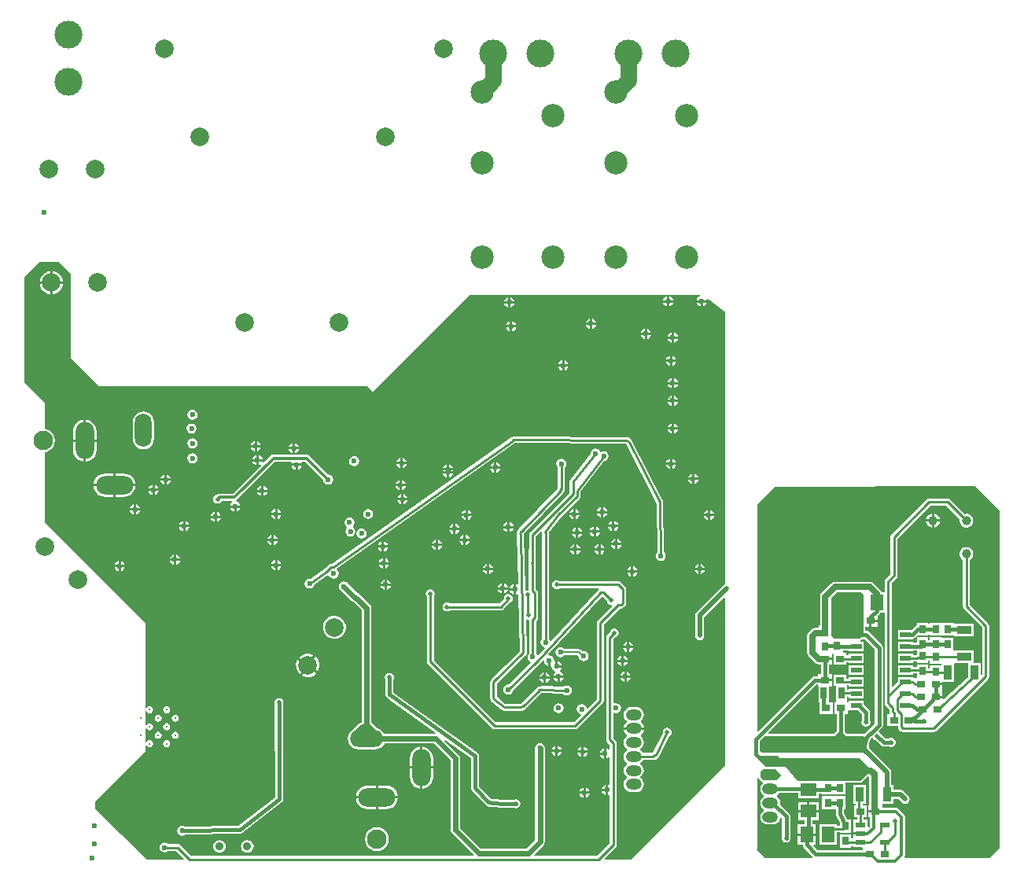
<source format=gbl>
G04*
G04 #@! TF.GenerationSoftware,Altium Limited,Altium Designer,22.8.2 (66)*
G04*
G04 Layer_Physical_Order=4*
G04 Layer_Color=16711680*
%FSLAX25Y25*%
%MOIN*%
G70*
G04*
G04 #@! TF.SameCoordinates,CEF463C0-22AA-4E03-8404-DDFA2DAA14BC*
G04*
G04*
G04 #@! TF.FilePolarity,Positive*
G04*
G01*
G75*
%ADD11C,0.01575*%
%ADD13C,0.01968*%
%ADD14C,0.01181*%
%ADD18C,0.01000*%
%ADD58R,0.04331X0.02362*%
%ADD95C,0.08268*%
%ADD103C,0.01500*%
%ADD104C,0.01100*%
%ADD105C,0.02500*%
%ADD107R,0.03800X0.03100*%
%ADD108R,0.03100X0.03800*%
%ADD135R,0.02756X0.05118*%
%ADD138R,0.06693X0.05512*%
%ADD139R,0.05512X0.06693*%
%ADD143C,0.00800*%
%ADD144C,0.02200*%
%ADD146C,0.02000*%
%ADD149C,0.07000*%
%ADD150C,0.01181*%
%ADD151C,0.07874*%
%ADD152C,0.03543*%
%ADD153C,0.03937*%
%ADD154C,0.09843*%
%ADD155O,0.06693X0.04724*%
%ADD156C,0.11811*%
%ADD157O,0.15748X0.07874*%
%ADD158O,0.07874X0.15748*%
%ADD159O,0.14173X0.07087*%
%ADD160O,0.07087X0.14173*%
%ADD161C,0.02362*%
%ADD162C,0.01968*%
%ADD200R,0.04646X0.02284*%
%ADD201R,0.03543X0.06299*%
%ADD202R,0.06299X0.03543*%
%ADD203C,0.01300*%
G36*
X419291Y175591D02*
Y32677D01*
X414961Y28346D01*
X379235D01*
X378968Y28846D01*
X379019Y28923D01*
X379139Y29528D01*
Y45669D01*
X379019Y46274D01*
X378677Y46787D01*
X376314Y49149D01*
X375802Y49492D01*
X375197Y49612D01*
X369436D01*
Y50582D01*
X369436D01*
X369467Y51069D01*
X374128D01*
Y53181D01*
X376363D01*
X377764Y51780D01*
X377990Y51629D01*
X378066Y51552D01*
X378167Y51511D01*
X378393Y51360D01*
X378659Y51307D01*
X378759Y51265D01*
X378868D01*
X379134Y51212D01*
X379400Y51265D01*
X379509D01*
X379609Y51307D01*
X379875Y51360D01*
X380101Y51511D01*
X380201Y51552D01*
X380278Y51629D01*
X380504Y51780D01*
X380655Y52006D01*
X380731Y52082D01*
X380773Y52183D01*
X380924Y52408D01*
X380977Y52675D01*
X381018Y52775D01*
Y52883D01*
X381071Y53150D01*
X381018Y53416D01*
Y53524D01*
X380977Y53625D01*
X380924Y53891D01*
X380773Y54117D01*
X380731Y54217D01*
X380655Y54294D01*
X380504Y54519D01*
X378535Y56488D01*
X377907Y56908D01*
X377165Y57055D01*
X374128D01*
Y59168D01*
X373394D01*
Y64370D01*
X373247Y65111D01*
X372827Y65740D01*
X363910Y74657D01*
Y75894D01*
X364024Y76467D01*
Y76490D01*
X364032Y76512D01*
X364266Y78094D01*
X364289Y78110D01*
X364353Y78174D01*
X364428Y78224D01*
X364479Y78299D01*
X364543Y78363D01*
X364577Y78446D01*
X364627Y78521D01*
X364645Y78610D01*
X364680Y78694D01*
Y78764D01*
X365127Y79212D01*
X365617Y79115D01*
X365725Y78854D01*
X366255Y78324D01*
X366743Y78122D01*
X368889Y75976D01*
X368889Y75976D01*
X369435Y75611D01*
X370079Y75483D01*
X370079Y75483D01*
X372366D01*
X372853Y75281D01*
X373603D01*
X374296Y75568D01*
X374826Y76098D01*
X375113Y76790D01*
Y77540D01*
X374826Y78233D01*
X374296Y78763D01*
X373603Y79050D01*
X372853D01*
X372366Y78848D01*
X370776D01*
X369122Y80501D01*
X368920Y80989D01*
X368390Y81519D01*
X368129Y81627D01*
X368032Y82117D01*
X369327Y83412D01*
X369700Y83970D01*
X369831Y84628D01*
Y117323D01*
X369700Y117981D01*
X369327Y118539D01*
X363776Y124091D01*
X363217Y124463D01*
X362559Y124594D01*
X362335D01*
Y126190D01*
X364068D01*
Y128740D01*
X364568D01*
Y129240D01*
X367468D01*
Y130969D01*
X368199Y131602D01*
X368237Y131650D01*
X368288Y131684D01*
X368437Y131908D01*
X368602Y132120D01*
X368619Y132179D01*
X368653Y132230D01*
X368660Y132268D01*
X370569D01*
Y96842D01*
X370580Y96787D01*
X370569Y96732D01*
Y93701D01*
X370681Y93135D01*
X371002Y92655D01*
X371048Y92624D01*
X371080Y92578D01*
X372519Y91138D01*
Y90226D01*
X372631Y89660D01*
X372695Y89564D01*
X372428Y89064D01*
X371609D01*
Y84164D01*
X376080D01*
Y83715D01*
X376193Y83149D01*
X376513Y82670D01*
X377158Y82025D01*
X377637Y81705D01*
X378203Y81593D01*
X391339D01*
X391904Y81705D01*
X392384Y82025D01*
X414369Y104011D01*
X414690Y104490D01*
X414802Y105056D01*
Y126585D01*
X414690Y127150D01*
X414369Y127630D01*
X406597Y135403D01*
Y154628D01*
X406879Y154791D01*
X407413Y155325D01*
X407791Y155979D01*
X407987Y156709D01*
Y157464D01*
X407791Y158194D01*
X407413Y158848D01*
X406879Y159382D01*
X406225Y159760D01*
X405496Y159955D01*
X404740D01*
X404011Y159760D01*
X403357Y159382D01*
X402823Y158848D01*
X402445Y158194D01*
X402250Y157464D01*
Y156709D01*
X402445Y155979D01*
X402823Y155325D01*
X403357Y154791D01*
X403640Y154628D01*
Y134790D01*
X403752Y134225D01*
X404073Y133745D01*
X411845Y125972D01*
Y105902D01*
X411674Y105773D01*
X411174Y106023D01*
Y111010D01*
X408254D01*
Y116217D01*
X400155D01*
X400155Y116217D01*
Y116217D01*
X400155Y116217D01*
X399694Y116311D01*
Y121697D01*
X394794D01*
Y121697D01*
X394576Y121698D01*
Y121698D01*
X394294Y121698D01*
X389676D01*
Y120580D01*
X389064D01*
Y121698D01*
X384164D01*
Y119556D01*
X382593D01*
Y119916D01*
X376147D01*
Y115832D01*
X382593D01*
Y116192D01*
X384164D01*
Y114352D01*
X382593D01*
Y114916D01*
X376147D01*
Y110832D01*
X382593D01*
Y111396D01*
X384164D01*
Y110980D01*
X389064D01*
Y111907D01*
X389676D01*
Y110586D01*
X394413D01*
Y109886D01*
X389676D01*
Y108564D01*
X389064D01*
Y110280D01*
X384164D01*
Y109352D01*
X382593D01*
Y109916D01*
X376147D01*
Y105832D01*
X382593D01*
Y106396D01*
X384164D01*
Y104680D01*
X383772Y104419D01*
X383026D01*
X383026Y104419D01*
Y104419D01*
X383026Y104419D01*
X382593Y104579D01*
Y104916D01*
X376147D01*
Y102923D01*
X373988Y100763D01*
X373526Y100955D01*
Y144929D01*
X375454Y146857D01*
X375775Y147337D01*
X375887Y147903D01*
Y163560D01*
X389983Y177655D01*
X396601D01*
X402334Y171922D01*
X402250Y171606D01*
Y170851D01*
X402445Y170122D01*
X402823Y169467D01*
X403357Y168933D01*
X404011Y168556D01*
X404740Y168360D01*
X405496D01*
X406225Y168556D01*
X406879Y168933D01*
X407413Y169467D01*
X407791Y170122D01*
X407987Y170851D01*
Y171606D01*
X407791Y172336D01*
X407413Y172990D01*
X406879Y173524D01*
X406225Y173902D01*
X405496Y174097D01*
X404740D01*
X404425Y174013D01*
X398258Y180179D01*
X397779Y180500D01*
X397213Y180612D01*
X389370D01*
X388804Y180500D01*
X388325Y180179D01*
X373363Y165218D01*
X373043Y164738D01*
X372930Y164172D01*
Y148515D01*
X371002Y146587D01*
X370681Y146107D01*
X370569Y145541D01*
Y140961D01*
X369170D01*
X369124Y141193D01*
X368649Y141904D01*
X365908Y144645D01*
X365197Y145120D01*
X364358Y145287D01*
X349503D01*
X348664Y145120D01*
X347953Y144645D01*
X343725Y140417D01*
X343250Y139706D01*
X343084Y138867D01*
Y126917D01*
X342726D01*
Y125859D01*
X341228D01*
X340389Y125692D01*
X339678Y125217D01*
X338214Y123752D01*
X337738Y123041D01*
X337572Y122202D01*
Y115354D01*
X337738Y114515D01*
X338214Y113804D01*
X340970Y111048D01*
X341681Y110573D01*
X342375Y110435D01*
Y110048D01*
X343593D01*
Y106093D01*
X342375D01*
Y105226D01*
X340974D01*
X340974Y105226D01*
X340330Y105098D01*
X339784Y104733D01*
X316997Y81946D01*
X316535Y82138D01*
Y178347D01*
X316929D01*
X324016Y185433D01*
X409055Y185827D01*
X419291Y175591D01*
D02*
G37*
G36*
X361417Y139764D02*
Y122313D01*
X360739Y121757D01*
X359910Y121260D01*
X349213D01*
X348031Y122441D01*
Y138583D01*
X350394Y140945D01*
X360236D01*
X361417Y139764D01*
D02*
G37*
G36*
X366390Y116610D02*
Y85341D01*
X361798Y80749D01*
X361769Y80769D01*
X361417Y80839D01*
X354711D01*
X353690Y81860D01*
Y89282D01*
X354769D01*
Y90671D01*
X355202Y90832D01*
X355269Y90832D01*
X359269D01*
X360916Y89185D01*
Y86689D01*
X360714Y86202D01*
Y85452D01*
X361001Y84759D01*
X361531Y84229D01*
X362224Y83943D01*
X362973D01*
X363666Y84229D01*
X364196Y84759D01*
X364483Y85452D01*
Y86202D01*
X364281Y86689D01*
Y89882D01*
X364281Y89882D01*
X364153Y90526D01*
X363788Y91071D01*
X363788Y91071D01*
X361648Y93212D01*
Y94916D01*
X355202D01*
Y94344D01*
X354769Y94182D01*
X354709Y94182D01*
X354443Y94573D01*
X354443Y94682D01*
Y96553D01*
X355202D01*
Y95832D01*
X361648D01*
Y99916D01*
X355202D01*
Y99510D01*
X354443D01*
Y101396D01*
X355202D01*
Y100832D01*
X361648D01*
Y104916D01*
X355202D01*
Y104352D01*
X354375D01*
Y105993D01*
X348775D01*
Y101093D01*
X349887D01*
Y94682D01*
X349887Y94573D01*
X349622Y94182D01*
X349169D01*
Y89282D01*
X350249D01*
Y82255D01*
X348833Y80839D01*
X321302D01*
X321110Y81301D01*
X341670Y101861D01*
X342375D01*
Y100993D01*
X342407D01*
Y94573D01*
X342604D01*
X342869Y94182D01*
Y89282D01*
X348469D01*
Y94182D01*
X347228D01*
X346963Y94573D01*
Y100993D01*
X348175D01*
Y103043D01*
X345275D01*
Y104043D01*
X348175D01*
Y106093D01*
X346957D01*
Y110048D01*
X348175D01*
Y112098D01*
X345275D01*
Y113098D01*
X348175D01*
Y114802D01*
X348365Y114905D01*
X348775Y114631D01*
Y110148D01*
X354375D01*
Y111120D01*
X355202D01*
Y110832D01*
X361648D01*
Y114916D01*
X355202D01*
Y114077D01*
X354375D01*
Y115048D01*
X353235D01*
X352844Y115310D01*
X352844Y115548D01*
Y116192D01*
X355202D01*
Y115832D01*
X361648D01*
Y119916D01*
X360329D01*
X360261Y120412D01*
X360318Y120450D01*
X360382Y120473D01*
X360982Y120832D01*
X361648D01*
Y120832D01*
X362148Y120852D01*
X366390Y116610D01*
D02*
G37*
G36*
X405830Y105002D02*
X405431Y104602D01*
X395484Y95526D01*
X395027Y95728D01*
Y95957D01*
X392127D01*
Y96957D01*
X395027D01*
Y98919D01*
X395027Y99007D01*
X395027D01*
X395026Y99418D01*
X395026D01*
Y101469D01*
X392126D01*
Y102469D01*
X395026D01*
Y102911D01*
X399756D01*
Y110629D01*
X400155Y110873D01*
X400200Y110873D01*
X405830D01*
Y105002D01*
D02*
G37*
G36*
X25591Y275590D02*
Y240158D01*
X37402Y228346D01*
X151181D01*
X153543Y225984D01*
X194488Y266929D01*
X291944Y266929D01*
X292135Y266752D01*
X292086Y266395D01*
X292006Y266190D01*
X291341Y265746D01*
X290859Y265024D01*
X290789Y264673D01*
X295038D01*
X295006Y264830D01*
X295443Y265145D01*
X295964Y264813D01*
X296476Y264450D01*
X301387Y260965D01*
X301387Y260965D01*
Y260965D01*
X301388Y260965D01*
X301770Y260683D01*
X301920Y260568D01*
X302263Y260287D01*
X302595Y259995D01*
X302756Y259842D01*
X302756Y144260D01*
X302185Y143878D01*
X302185Y143878D01*
X290768Y132461D01*
X290351Y131838D01*
X290205Y131102D01*
X290205Y131102D01*
Y122441D01*
X290351Y121706D01*
X290768Y121082D01*
X291391Y120666D01*
X292126Y120520D01*
X292861Y120666D01*
X293484Y121082D01*
X293901Y121706D01*
X294047Y122441D01*
Y130307D01*
X302294Y138553D01*
X302756Y138362D01*
Y67323D01*
X262992Y27559D01*
X251957D01*
X251765Y28021D01*
X256532Y32788D01*
X256853Y33268D01*
X256965Y33834D01*
Y76876D01*
X256853Y77442D01*
X256532Y77921D01*
X255440Y79013D01*
Y89536D01*
X255769Y89712D01*
X255940Y89760D01*
X256693Y89610D01*
X257505Y89772D01*
X258193Y90232D01*
X258653Y90920D01*
X258815Y91732D01*
X258653Y92544D01*
X258193Y93233D01*
X257505Y93693D01*
X256693Y93854D01*
X255940Y93704D01*
X255769Y93753D01*
X255440Y93928D01*
Y121066D01*
X256117Y121743D01*
X256641Y121847D01*
X257264Y122264D01*
X257680Y122887D01*
X257827Y123622D01*
X257680Y124357D01*
X257264Y124980D01*
X256641Y125397D01*
X255906Y125543D01*
X255170Y125397D01*
X254547Y124980D01*
X254131Y124357D01*
X254027Y123834D01*
X252916Y122724D01*
X252596Y122244D01*
X252483Y121678D01*
Y78401D01*
X252596Y77835D01*
X252916Y77356D01*
X254009Y76263D01*
Y74155D01*
X253886Y74118D01*
X253509Y74035D01*
X252819Y74496D01*
X252468Y74565D01*
Y72441D01*
Y70317D01*
X252819Y70386D01*
X253509Y70847D01*
X253886Y70764D01*
X254009Y70727D01*
Y59428D01*
X253509Y59161D01*
X253256Y59211D01*
Y57087D01*
Y54962D01*
X253509Y55013D01*
X254009Y54745D01*
Y34446D01*
X248600Y29037D01*
X221945D01*
X221753Y29499D01*
X225851Y33597D01*
X225851Y33597D01*
X226293Y34259D01*
X226449Y35039D01*
Y74388D01*
X226531Y74803D01*
X226370Y75615D01*
X225910Y76303D01*
X225221Y76763D01*
X224410Y76925D01*
X223597Y76763D01*
X222909Y76303D01*
X222449Y75615D01*
X222288Y74803D01*
X222370Y74388D01*
Y35884D01*
X218840Y32354D01*
X199270D01*
X190622Y41002D01*
Y70472D01*
X190467Y71253D01*
X190025Y71914D01*
X184053Y77886D01*
X184377Y78267D01*
X195130Y70517D01*
Y58526D01*
X195144Y58453D01*
X195247Y57675D01*
X195576Y56881D01*
X196060Y56249D01*
X196098Y56194D01*
X201150Y51141D01*
X201498Y50794D01*
X201499Y50793D01*
X201499Y50792D01*
X201505Y50788D01*
X201505Y50789D01*
X201566Y50748D01*
X202180Y50277D01*
X202974Y49948D01*
X203513Y49877D01*
X203693Y49834D01*
X209970Y49581D01*
X209971Y49581D01*
X209971Y49581D01*
X211950Y49503D01*
X211984Y49508D01*
X212018Y49501D01*
X213296D01*
X213438Y49406D01*
X214173Y49260D01*
X214908Y49406D01*
X215532Y49823D01*
X215948Y50446D01*
X216094Y51181D01*
X215948Y51916D01*
X215532Y52540D01*
X214908Y52956D01*
X214173Y53102D01*
X213438Y52956D01*
X213417Y52942D01*
X212052D01*
X210109Y53019D01*
X203906Y53269D01*
X203876Y53281D01*
X198580Y58578D01*
X198571Y58600D01*
Y71397D01*
X198544Y71534D01*
X198549Y71673D01*
X198479Y71860D01*
X198440Y72056D01*
X198363Y72171D01*
X198314Y72302D01*
X198178Y72448D01*
X198067Y72614D01*
X197951Y72691D01*
X197856Y72793D01*
X162402Y98347D01*
X162350Y98399D01*
Y103908D01*
X162405Y103989D01*
X162551Y104724D01*
X162405Y105460D01*
X161988Y106083D01*
X161365Y106499D01*
X160630Y106646D01*
X159895Y106499D01*
X159272Y106083D01*
X158855Y105460D01*
X158709Y104724D01*
X158855Y103989D01*
X158909Y103908D01*
Y98310D01*
X158909Y97686D01*
X158981Y97329D01*
X159040Y97028D01*
X159040Y97028D01*
X159040Y97028D01*
X159228Y96747D01*
X159413Y96470D01*
X160067Y95816D01*
X160183Y95738D01*
X160278Y95636D01*
X180197Y81279D01*
X180036Y80779D01*
X158492D01*
X158409Y80981D01*
X157697Y81909D01*
X156768Y82621D01*
X155687Y83069D01*
X155471Y83098D01*
X153023Y85545D01*
Y134055D01*
X152868Y134836D01*
X152426Y135497D01*
X147816Y140108D01*
X147154Y140550D01*
X146937Y140593D01*
X143074Y144455D01*
X142839Y144808D01*
X142151Y145267D01*
X141339Y145429D01*
X140527Y145267D01*
X139838Y144808D01*
X139378Y144119D01*
X139217Y143307D01*
X139378Y142495D01*
X139838Y141807D01*
X140191Y141571D01*
X144538Y137224D01*
X145200Y136782D01*
X145417Y136738D01*
X148945Y133210D01*
Y85691D01*
X147418Y85059D01*
X147418Y85058D01*
X147417Y85058D01*
X147270Y84960D01*
X147120Y84860D01*
X147120Y84859D01*
X147120Y84859D01*
X144276Y82012D01*
X144225Y81937D01*
X144161Y81873D01*
X143725Y81218D01*
X143705Y81171D01*
X143560Y80981D01*
X143112Y79900D01*
X142959Y78740D01*
X143112Y77580D01*
X143560Y76499D01*
X144272Y75571D01*
X145200Y74859D01*
X146281Y74411D01*
X147441Y74259D01*
X154528D01*
X155687Y74411D01*
X156768Y74859D01*
X157697Y75571D01*
X158409Y76499D01*
X158492Y76701D01*
X179470D01*
X186544Y69628D01*
Y40157D01*
X186699Y39377D01*
X187141Y38716D01*
X196357Y29499D01*
X196166Y29037D01*
X76597D01*
X71912Y33723D01*
X71432Y34043D01*
X70866Y34156D01*
X66869D01*
X66855Y34178D01*
X66166Y34637D01*
X65354Y34799D01*
X64542Y34637D01*
X63854Y34178D01*
X63394Y33489D01*
X63232Y32677D01*
X63394Y31865D01*
X63854Y31177D01*
X64542Y30717D01*
X65354Y30555D01*
X66166Y30717D01*
X66855Y31177D01*
X66869Y31199D01*
X70254D01*
X73431Y28021D01*
X73240Y27559D01*
X57785D01*
X35942Y48719D01*
X35827Y52362D01*
X57087Y73622D01*
Y75981D01*
X57582Y76052D01*
X57912Y75559D01*
X58405Y75230D01*
X58986Y75114D01*
X59568Y75230D01*
X60061Y75559D01*
X60390Y76052D01*
X60506Y76634D01*
X60390Y77215D01*
X60061Y77709D01*
X59568Y78038D01*
X58986Y78154D01*
X58405Y78038D01*
X57912Y77709D01*
X57582Y77215D01*
X57087Y77287D01*
Y83205D01*
X57582Y83277D01*
X57912Y82784D01*
X58405Y82454D01*
X58986Y82339D01*
X59568Y82454D01*
X60061Y82784D01*
X60390Y83277D01*
X60506Y83858D01*
X60390Y84440D01*
X60061Y84933D01*
X59568Y85262D01*
X58986Y85378D01*
X58405Y85262D01*
X57912Y84933D01*
X57582Y84440D01*
X57087Y84512D01*
Y90429D01*
X57582Y90501D01*
X57912Y90008D01*
X58405Y89679D01*
X58986Y89563D01*
X59568Y89679D01*
X60061Y90008D01*
X60390Y90501D01*
X60506Y91083D01*
X60390Y91664D01*
X60061Y92157D01*
X59568Y92487D01*
X58986Y92602D01*
X58405Y92487D01*
X57912Y92157D01*
X57582Y91664D01*
X57087Y91736D01*
Y127953D01*
X14567Y170472D01*
Y200145D01*
X15094Y200214D01*
X16318Y200721D01*
X17370Y201528D01*
X18177Y202579D01*
X18684Y203804D01*
X18857Y205118D01*
X18684Y206432D01*
X18177Y207657D01*
X17370Y208708D01*
X16318Y209515D01*
X15094Y210022D01*
X14567Y210092D01*
Y221260D01*
X5906Y229921D01*
Y274410D01*
X12205Y280709D01*
X20472D01*
X25591Y275590D01*
D02*
G37*
G36*
X157176Y80095D02*
X156299Y80709D01*
X144488D01*
X144925Y81364D01*
X147769Y84211D01*
X150720Y85433D01*
X151838D01*
X157176Y80095D01*
D02*
G37*
G36*
X351969Y82284D02*
X354331Y79921D01*
X361417D01*
X361811Y79528D01*
X362992D01*
X363779Y79134D01*
X363779Y78873D01*
X363418Y78631D01*
X362205Y79134D01*
X362918Y78420D01*
X363418Y78631D01*
X363124Y76646D01*
X362992Y75984D01*
Y74213D01*
X364173Y72441D01*
X363386Y71653D01*
X361319Y72835D01*
X318602D01*
X317717Y74016D01*
Y77953D01*
X319685Y79921D01*
X349213D01*
X351969Y82677D01*
Y82284D01*
D02*
G37*
G36*
X326575Y63583D02*
Y63189D01*
X324606Y61221D01*
X319094D01*
X317913Y62402D01*
Y64764D01*
X319094Y65945D01*
X324213D01*
X326575Y63583D01*
D02*
G37*
G36*
X319685Y71653D02*
X325197D01*
X326378Y70472D01*
X359842D01*
X364764Y65551D01*
X360236Y61024D01*
X333521Y61024D01*
X328459Y66929D01*
X320079D01*
X318110Y68898D01*
Y70079D01*
X316535Y71653D01*
X319685D01*
X319685Y71653D01*
D02*
G37*
G36*
X363994Y62617D02*
Y50582D01*
X363636D01*
Y48531D01*
X366536D01*
Y47532D01*
X363636D01*
Y45482D01*
X364168D01*
Y41600D01*
X363802Y41233D01*
X363302Y41440D01*
Y44404D01*
X361715D01*
Y45581D01*
X363036D01*
Y50481D01*
X361124D01*
Y51069D01*
X362711D01*
Y59168D01*
X357368D01*
Y51069D01*
X358167D01*
Y50481D01*
X357436D01*
Y45581D01*
X358758D01*
Y44404D01*
X357171D01*
Y40764D01*
X357071D01*
Y39083D01*
X360236D01*
Y38083D01*
X357071D01*
Y36854D01*
X356571Y36598D01*
X356387Y36730D01*
Y38233D01*
X351487D01*
Y32633D01*
X356387D01*
Y33364D01*
X357171D01*
Y32761D01*
X360893D01*
X361273Y32471D01*
Y31604D01*
X342035D01*
X340258Y33381D01*
X340450Y33843D01*
X341213D01*
Y37689D01*
X333701D01*
Y33843D01*
X335774D01*
Y33803D01*
X335902Y33159D01*
X336267Y32614D01*
X340034Y28846D01*
X339887Y28393D01*
X339851Y28346D01*
X319685D01*
X316142Y31890D01*
X316535Y32283D01*
Y62153D01*
X317035Y62202D01*
X317066Y62050D01*
X317265Y61753D01*
X318446Y60572D01*
X318695Y60405D01*
X318767Y60138D01*
X318796Y59852D01*
X318736Y59807D01*
X318214Y59126D01*
X317885Y58332D01*
X317773Y57480D01*
X317885Y56629D01*
X318214Y55835D01*
X318736Y55154D01*
X319155Y54832D01*
Y54223D01*
X318736Y53901D01*
X318214Y53220D01*
X317885Y52426D01*
X317773Y51575D01*
X317885Y50723D01*
X318214Y49930D01*
X318736Y49248D01*
X319155Y48927D01*
Y48317D01*
X318736Y47996D01*
X318214Y47315D01*
X317885Y46521D01*
X317773Y45669D01*
X317885Y44818D01*
X318214Y44024D01*
X318736Y43343D01*
X319418Y42820D01*
X320211Y42491D01*
X321063Y42379D01*
X323031D01*
X323883Y42491D01*
X324677Y42820D01*
X325358Y43343D01*
X325881Y44024D01*
X326210Y44818D01*
X326252Y45139D01*
X326729Y45314D01*
X327058Y45048D01*
Y37476D01*
X326856Y36989D01*
Y36239D01*
X327143Y35547D01*
X327673Y35017D01*
X328365Y34730D01*
X329115D01*
X329807Y35017D01*
X330338Y35547D01*
X330624Y36239D01*
Y36989D01*
X330422Y37476D01*
Y45866D01*
X330294Y46510D01*
X329930Y47056D01*
X329930Y47056D01*
X326216Y50770D01*
X326322Y51575D01*
X326210Y52426D01*
X325881Y53220D01*
X325358Y53901D01*
X324939Y54223D01*
Y54832D01*
X325358Y55154D01*
X325852Y55798D01*
X333943D01*
Y53431D01*
X342435D01*
Y55404D01*
X344007D01*
Y55074D01*
X348907D01*
Y55074D01*
X349125D01*
Y55074D01*
X354025D01*
Y60106D01*
X360236D01*
X360587Y60176D01*
X360885Y60375D01*
X363419Y62908D01*
X363556Y62926D01*
X363994Y62617D01*
D02*
G37*
%LPC*%
G36*
X391476Y174168D02*
Y171729D01*
X393915D01*
X393742Y172375D01*
X393351Y173052D01*
X392799Y173604D01*
X392122Y173995D01*
X391476Y174168D01*
D02*
G37*
G36*
X390476Y174168D02*
X389830Y173995D01*
X389153Y173604D01*
X388601Y173052D01*
X388210Y172375D01*
X388037Y171729D01*
X390476D01*
Y174168D01*
D02*
G37*
G36*
X393915Y170729D02*
X391476D01*
Y168289D01*
X392122Y168463D01*
X392799Y168853D01*
X393351Y169406D01*
X393742Y170083D01*
X393915Y170729D01*
D02*
G37*
G36*
X390476D02*
X388037D01*
X388210Y170083D01*
X388601Y169406D01*
X389153Y168853D01*
X389830Y168463D01*
X390476Y168289D01*
Y170729D01*
D02*
G37*
G36*
X394576Y127998D02*
X394294Y127998D01*
X389676D01*
Y127329D01*
X389564Y127283D01*
X389064Y127617D01*
Y127998D01*
X384164D01*
Y126792D01*
X384110Y126784D01*
X384071Y126761D01*
X384027Y126752D01*
X383790Y126594D01*
X383545Y126449D01*
X381841Y124916D01*
X376147D01*
Y120832D01*
X382593D01*
Y121280D01*
X382647Y121288D01*
X382686Y121311D01*
X382730Y121320D01*
X382967Y121478D01*
X383211Y121623D01*
X383783Y122137D01*
X384164Y122398D01*
Y122398D01*
X384164Y122398D01*
X389064D01*
Y123067D01*
X389176Y123113D01*
X389676Y122779D01*
Y122398D01*
X394294D01*
X394794Y122397D01*
X395076Y122397D01*
X399694D01*
Y122397D01*
X400155Y122303D01*
Y122291D01*
X408254D01*
Y127634D01*
X400155D01*
Y127634D01*
X399694Y127728D01*
Y127997D01*
X395074D01*
X394576Y127998D01*
D02*
G37*
G36*
X367468Y128240D02*
X365068D01*
Y126190D01*
X367468D01*
Y128240D01*
D02*
G37*
G36*
X361648Y109916D02*
X355202D01*
Y105832D01*
X361648D01*
Y109916D01*
D02*
G37*
G36*
X17823Y276961D02*
Y272547D01*
X22237D01*
X22133Y273336D01*
X21635Y274537D01*
X20844Y275568D01*
X19813Y276360D01*
X18612Y276857D01*
X17823Y276961D01*
D02*
G37*
G36*
X16823D02*
X16034Y276857D01*
X14833Y276360D01*
X13802Y275568D01*
X13010Y274537D01*
X12513Y273336D01*
X12409Y272547D01*
X16823D01*
Y276961D01*
D02*
G37*
G36*
X22237Y271547D02*
X17823D01*
Y267133D01*
X18612Y267237D01*
X19813Y267735D01*
X20844Y268526D01*
X21635Y269557D01*
X22133Y270758D01*
X22237Y271547D01*
D02*
G37*
G36*
X16823D02*
X12409D01*
X12513Y270758D01*
X13010Y269557D01*
X13802Y268526D01*
X14833Y267735D01*
X16034Y267237D01*
X16823Y267133D01*
Y271547D01*
D02*
G37*
G36*
X279240Y266298D02*
Y264673D01*
X280865D01*
X280795Y265024D01*
X280313Y265746D01*
X279591Y266228D01*
X279240Y266298D01*
D02*
G37*
G36*
X278240D02*
X277889Y266228D01*
X277168Y265746D01*
X276686Y265024D01*
X276616Y264673D01*
X278240D01*
Y266298D01*
D02*
G37*
G36*
X211917Y265904D02*
Y264280D01*
X213542D01*
X213472Y264631D01*
X212990Y265352D01*
X212268Y265834D01*
X211917Y265904D01*
D02*
G37*
G36*
X210917D02*
X210566Y265834D01*
X209845Y265352D01*
X209363Y264631D01*
X209293Y264280D01*
X210917D01*
Y265904D01*
D02*
G37*
G36*
X295038Y263673D02*
X293413D01*
Y262049D01*
X293764Y262119D01*
X294486Y262601D01*
X294968Y263322D01*
X295038Y263673D01*
D02*
G37*
G36*
X292413D02*
X290789D01*
X290859Y263322D01*
X291341Y262601D01*
X292062Y262119D01*
X292413Y262049D01*
Y263673D01*
D02*
G37*
G36*
X280865D02*
X279240D01*
Y262049D01*
X279591Y262119D01*
X280313Y262601D01*
X280795Y263322D01*
X280865Y263673D01*
D02*
G37*
G36*
X278240D02*
X276616D01*
X276686Y263322D01*
X277168Y262601D01*
X277889Y262119D01*
X278240Y262049D01*
Y263673D01*
D02*
G37*
G36*
X213542Y263280D02*
X211917D01*
Y261655D01*
X212268Y261725D01*
X212990Y262207D01*
X213472Y262929D01*
X213542Y263280D01*
D02*
G37*
G36*
X210917D02*
X209293D01*
X209363Y262929D01*
X209845Y262207D01*
X210566Y261725D01*
X210917Y261655D01*
Y263280D01*
D02*
G37*
G36*
X246563Y256849D02*
Y255224D01*
X248187D01*
X248117Y255575D01*
X247636Y256297D01*
X246914Y256779D01*
X246563Y256849D01*
D02*
G37*
G36*
X245563D02*
X245212Y256779D01*
X244491Y256297D01*
X244008Y255575D01*
X243939Y255224D01*
X245563D01*
Y256849D01*
D02*
G37*
G36*
X212705Y255668D02*
Y254043D01*
X214329D01*
X214259Y254394D01*
X213777Y255116D01*
X213056Y255598D01*
X212705Y255668D01*
D02*
G37*
G36*
X211705D02*
X211354Y255598D01*
X210632Y255116D01*
X210150Y254394D01*
X210080Y254043D01*
X211705D01*
Y255668D01*
D02*
G37*
G36*
X248187Y254224D02*
X246563D01*
Y252600D01*
X246914Y252670D01*
X247636Y253152D01*
X248117Y253873D01*
X248187Y254224D01*
D02*
G37*
G36*
X245563D02*
X243939D01*
X244008Y253873D01*
X244491Y253152D01*
X245212Y252670D01*
X245563Y252600D01*
Y254224D01*
D02*
G37*
G36*
X214329Y253043D02*
X212705D01*
Y251419D01*
X213056Y251489D01*
X213777Y251971D01*
X214259Y252692D01*
X214329Y253043D01*
D02*
G37*
G36*
X211705D02*
X210080D01*
X210150Y252692D01*
X210632Y251971D01*
X211354Y251489D01*
X211705Y251419D01*
Y253043D01*
D02*
G37*
G36*
X269791Y252518D02*
Y250894D01*
X271416D01*
X271346Y251245D01*
X270864Y251966D01*
X270142Y252448D01*
X269791Y252518D01*
D02*
G37*
G36*
X268791D02*
X268440Y252448D01*
X267719Y251966D01*
X267237Y251245D01*
X267167Y250894D01*
X268791D01*
Y252518D01*
D02*
G37*
G36*
X281209Y250943D02*
Y249319D01*
X282833D01*
X282763Y249670D01*
X282281Y250391D01*
X281560Y250873D01*
X281209Y250943D01*
D02*
G37*
G36*
X280209D02*
X279858Y250873D01*
X279136Y250391D01*
X278654Y249670D01*
X278584Y249319D01*
X280209D01*
Y250943D01*
D02*
G37*
G36*
X271416Y249894D02*
X269791D01*
Y248269D01*
X270142Y248339D01*
X270864Y248821D01*
X271346Y249543D01*
X271416Y249894D01*
D02*
G37*
G36*
X268791D02*
X267167D01*
X267237Y249543D01*
X267719Y248821D01*
X268440Y248339D01*
X268791Y248269D01*
Y249894D01*
D02*
G37*
G36*
X282833Y248319D02*
X281209D01*
Y246694D01*
X281560Y246764D01*
X282281Y247246D01*
X282763Y247968D01*
X282833Y248319D01*
D02*
G37*
G36*
X280209D02*
X278584D01*
X278654Y247968D01*
X279136Y247246D01*
X279858Y246764D01*
X280209Y246694D01*
Y248319D01*
D02*
G37*
G36*
X280421Y241101D02*
Y239476D01*
X282046D01*
X281976Y239827D01*
X281494Y240549D01*
X280772Y241031D01*
X280421Y241101D01*
D02*
G37*
G36*
X279421D02*
X279070Y241031D01*
X278349Y240549D01*
X277867Y239827D01*
X277797Y239476D01*
X279421D01*
Y241101D01*
D02*
G37*
G36*
X234752Y239132D02*
Y237508D01*
X236376D01*
X236307Y237859D01*
X235824Y238580D01*
X235103Y239062D01*
X234752Y239132D01*
D02*
G37*
G36*
X233752D02*
X233401Y239062D01*
X232680Y238580D01*
X232197Y237859D01*
X232128Y237508D01*
X233752D01*
Y239132D01*
D02*
G37*
G36*
X282046Y238476D02*
X280421D01*
Y236852D01*
X280772Y236922D01*
X281494Y237404D01*
X281976Y238125D01*
X282046Y238476D01*
D02*
G37*
G36*
X279421D02*
X277797D01*
X277867Y238125D01*
X278349Y237404D01*
X279070Y236922D01*
X279421Y236852D01*
Y238476D01*
D02*
G37*
G36*
X236376Y236508D02*
X234752D01*
Y234883D01*
X235103Y234953D01*
X235824Y235435D01*
X236307Y236157D01*
X236376Y236508D01*
D02*
G37*
G36*
X233752D02*
X232128D01*
X232197Y236157D01*
X232680Y235435D01*
X233401Y234953D01*
X233752Y234883D01*
Y236508D01*
D02*
G37*
G36*
X281209Y231652D02*
Y230028D01*
X282833D01*
X282763Y230379D01*
X282281Y231100D01*
X281560Y231582D01*
X281209Y231652D01*
D02*
G37*
G36*
X280209D02*
X279858Y231582D01*
X279136Y231100D01*
X278654Y230379D01*
X278584Y230028D01*
X280209D01*
Y231652D01*
D02*
G37*
G36*
X282833Y229028D02*
X281209D01*
Y227403D01*
X281560Y227473D01*
X282281Y227955D01*
X282763Y228677D01*
X282833Y229028D01*
D02*
G37*
G36*
X280209D02*
X278584D01*
X278654Y228677D01*
X279136Y227955D01*
X279858Y227473D01*
X280209Y227403D01*
Y229028D01*
D02*
G37*
G36*
X281209Y224172D02*
Y222547D01*
X282833D01*
X282763Y222898D01*
X282281Y223620D01*
X281560Y224102D01*
X281209Y224172D01*
D02*
G37*
G36*
X280209D02*
X279858Y224102D01*
X279136Y223620D01*
X278654Y222898D01*
X278584Y222547D01*
X280209D01*
Y224172D01*
D02*
G37*
G36*
X282833Y221547D02*
X281209D01*
Y219923D01*
X281560Y219993D01*
X282281Y220475D01*
X282763Y221196D01*
X282833Y221547D01*
D02*
G37*
G36*
X280209D02*
X278584D01*
X278654Y221196D01*
X279136Y220475D01*
X279858Y219993D01*
X280209Y219923D01*
Y221547D01*
D02*
G37*
G36*
X77165Y218264D02*
X76353Y218102D01*
X75665Y217642D01*
X75205Y216954D01*
X75043Y216142D01*
X75205Y215330D01*
X75665Y214641D01*
X76353Y214181D01*
X77165Y214020D01*
X77977Y214181D01*
X78666Y214641D01*
X79126Y215330D01*
X79287Y216142D01*
X79126Y216954D01*
X78666Y217642D01*
X77977Y218102D01*
X77165Y218264D01*
D02*
G37*
G36*
X281209Y212361D02*
Y210736D01*
X282833D01*
X282763Y211087D01*
X282281Y211809D01*
X281560Y212291D01*
X281209Y212361D01*
D02*
G37*
G36*
X280209D02*
X279858Y212291D01*
X279136Y211809D01*
X278654Y211087D01*
X278584Y210736D01*
X280209D01*
Y212361D01*
D02*
G37*
G36*
X76772Y212358D02*
X75960Y212197D01*
X75271Y211737D01*
X74811Y211048D01*
X74650Y210236D01*
X74811Y209424D01*
X75271Y208736D01*
X75960Y208276D01*
X76772Y208114D01*
X77584Y208276D01*
X78272Y208736D01*
X78732Y209424D01*
X78894Y210236D01*
X78732Y211048D01*
X78272Y211737D01*
X77584Y212197D01*
X76772Y212358D01*
D02*
G37*
G36*
X282833Y209736D02*
X281209D01*
Y208112D01*
X281560Y208182D01*
X282281Y208664D01*
X282763Y209385D01*
X282833Y209736D01*
D02*
G37*
G36*
X280209D02*
X278584D01*
X278654Y209385D01*
X279136Y208664D01*
X279858Y208182D01*
X280209Y208112D01*
Y209736D01*
D02*
G37*
G36*
X31996Y213969D02*
Y205618D01*
X36476D01*
Y209055D01*
X36306Y210344D01*
X35809Y211545D01*
X35017Y212576D01*
X33986Y213368D01*
X32785Y213865D01*
X31996Y213969D01*
D02*
G37*
G36*
X30996D02*
X30207Y213865D01*
X29006Y213368D01*
X27975Y212576D01*
X27184Y211545D01*
X26686Y210344D01*
X26517Y209055D01*
Y205618D01*
X30996D01*
Y213969D01*
D02*
G37*
G36*
X104437Y204880D02*
Y203256D01*
X106061D01*
X105992Y203607D01*
X105509Y204328D01*
X104788Y204811D01*
X104437Y204880D01*
D02*
G37*
G36*
X103437D02*
X103086Y204811D01*
X102365Y204328D01*
X101883Y203607D01*
X101813Y203256D01*
X103437D01*
Y204880D01*
D02*
G37*
G36*
X120579Y204093D02*
Y202468D01*
X122203D01*
X122133Y202819D01*
X121651Y203541D01*
X120930Y204023D01*
X120579Y204093D01*
D02*
G37*
G36*
X119579D02*
X119228Y204023D01*
X118506Y203541D01*
X118024Y202819D01*
X117954Y202468D01*
X119579D01*
Y204093D01*
D02*
G37*
G36*
X77165Y206059D02*
X76353Y205897D01*
X75665Y205437D01*
X75205Y204749D01*
X75043Y203937D01*
X75205Y203125D01*
X75665Y202437D01*
X76353Y201977D01*
X77165Y201815D01*
X77977Y201977D01*
X78666Y202437D01*
X79126Y203125D01*
X79287Y203937D01*
X79126Y204749D01*
X78666Y205437D01*
X77977Y205897D01*
X77165Y206059D01*
D02*
G37*
G36*
X56299Y217474D02*
X55139Y217321D01*
X54058Y216873D01*
X53130Y216161D01*
X52418Y215233D01*
X51970Y214152D01*
X51818Y212992D01*
Y205906D01*
X51970Y204746D01*
X52418Y203665D01*
X53130Y202736D01*
X54058Y202024D01*
X55139Y201577D01*
X56299Y201424D01*
X57459Y201577D01*
X58540Y202024D01*
X59468Y202736D01*
X60180Y203665D01*
X60628Y204746D01*
X60781Y205906D01*
Y212992D01*
X60628Y214152D01*
X60180Y215233D01*
X59468Y216161D01*
X58540Y216873D01*
X57459Y217321D01*
X56299Y217474D01*
D02*
G37*
G36*
X106061Y202256D02*
X104437D01*
Y200631D01*
X104788Y200701D01*
X105509Y201183D01*
X105992Y201905D01*
X106061Y202256D01*
D02*
G37*
G36*
X103437D02*
X101813D01*
X101883Y201905D01*
X102365Y201183D01*
X103086Y200701D01*
X103437Y200631D01*
Y202256D01*
D02*
G37*
G36*
X122203Y201468D02*
X120579D01*
Y199844D01*
X120930Y199914D01*
X121651Y200396D01*
X122133Y201117D01*
X122203Y201468D01*
D02*
G37*
G36*
X119579D02*
X117954D01*
X118024Y201117D01*
X118506Y200396D01*
X119228Y199914D01*
X119579Y199844D01*
Y201468D01*
D02*
G37*
G36*
X105224Y198975D02*
Y197350D01*
X106849D01*
X106779Y197701D01*
X106297Y198423D01*
X105575Y198905D01*
X105224Y198975D01*
D02*
G37*
G36*
X104224D02*
X103873Y198905D01*
X103152Y198423D01*
X102670Y197701D01*
X102600Y197350D01*
X104224D01*
Y198975D01*
D02*
G37*
G36*
X36476Y204618D02*
X31996D01*
Y196267D01*
X32785Y196371D01*
X33986Y196869D01*
X35017Y197660D01*
X35809Y198691D01*
X36306Y199892D01*
X36476Y201181D01*
Y204618D01*
D02*
G37*
G36*
X30996D02*
X26517D01*
Y201181D01*
X26686Y199892D01*
X27184Y198691D01*
X27975Y197660D01*
X29006Y196869D01*
X30207Y196371D01*
X30996Y196267D01*
Y204618D01*
D02*
G37*
G36*
X166248Y197794D02*
Y196169D01*
X167872D01*
X167803Y196520D01*
X167321Y197242D01*
X166599Y197724D01*
X166248Y197794D01*
D02*
G37*
G36*
X165248D02*
X164897Y197724D01*
X164175Y197242D01*
X163693Y196520D01*
X163624Y196169D01*
X165248D01*
Y197794D01*
D02*
G37*
G36*
X280421Y197400D02*
Y195776D01*
X282046D01*
X281976Y196127D01*
X281494Y196848D01*
X280772Y197330D01*
X280421Y197400D01*
D02*
G37*
G36*
X279421D02*
X279070Y197330D01*
X278349Y196848D01*
X277867Y196127D01*
X277797Y195776D01*
X279421D01*
Y197400D01*
D02*
G37*
G36*
X77165Y199760D02*
X76353Y199598D01*
X75665Y199138D01*
X75205Y198450D01*
X75043Y197638D01*
X75205Y196826D01*
X75665Y196137D01*
X76353Y195677D01*
X77165Y195516D01*
X77977Y195677D01*
X78666Y196137D01*
X79126Y196826D01*
X79287Y197638D01*
X79126Y198450D01*
X78666Y199138D01*
X77977Y199598D01*
X77165Y199760D01*
D02*
G37*
G36*
X125591Y199158D02*
X125591Y199158D01*
X111417D01*
X110836Y199042D01*
X110343Y198712D01*
X110343Y198712D01*
X106878Y195248D01*
X106490Y195567D01*
X106779Y195999D01*
X106849Y196350D01*
X105224D01*
Y194726D01*
X105575Y194796D01*
X106008Y195085D01*
X106327Y194697D01*
X94252Y182622D01*
X88487D01*
X88487Y182622D01*
X87906Y182506D01*
X87413Y182177D01*
X87413Y182177D01*
X87391Y182156D01*
X87060Y182090D01*
X86437Y181673D01*
X86020Y181050D01*
X85874Y180315D01*
X86020Y179580D01*
X86437Y178956D01*
X87060Y178540D01*
X87795Y178394D01*
X88530Y178540D01*
X89154Y178956D01*
X89570Y179580D01*
X89571Y179583D01*
X94067D01*
X94219Y179083D01*
X93703Y178738D01*
X93221Y178016D01*
X93151Y177665D01*
X97400D01*
X97330Y178016D01*
X96848Y178738D01*
X96127Y179220D01*
X95757Y179293D01*
X95652Y179824D01*
X95956Y180028D01*
X112047Y196118D01*
X118918D01*
X119186Y195618D01*
X119135Y195366D01*
X123384D01*
X123334Y195618D01*
X123602Y196118D01*
X124961D01*
X132531Y188549D01*
X132685Y187771D01*
X133145Y187082D01*
X133834Y186622D01*
X134646Y186461D01*
X135458Y186622D01*
X136146Y187082D01*
X136606Y187771D01*
X136767Y188583D01*
X136606Y189395D01*
X136146Y190083D01*
X135458Y190543D01*
X134680Y190698D01*
X126665Y198712D01*
X126172Y199042D01*
X125591Y199158D01*
D02*
G37*
G36*
X104224Y196350D02*
X102600D01*
X102670Y195999D01*
X103152Y195278D01*
X103873Y194796D01*
X104224Y194726D01*
Y196350D01*
D02*
G37*
G36*
X145669Y198579D02*
X144857Y198417D01*
X144169Y197957D01*
X143709Y197269D01*
X143547Y196457D01*
X143709Y195645D01*
X144169Y194956D01*
X144857Y194496D01*
X145669Y194335D01*
X146481Y194496D01*
X147170Y194956D01*
X147630Y195645D01*
X147791Y196457D01*
X147630Y197269D01*
X147170Y197957D01*
X146481Y198417D01*
X145669Y198579D01*
D02*
G37*
G36*
X206012Y195825D02*
Y194201D01*
X207636D01*
X207566Y194552D01*
X207084Y195273D01*
X206363Y195755D01*
X206012Y195825D01*
D02*
G37*
G36*
X205012D02*
X204661Y195755D01*
X203939Y195273D01*
X203457Y194552D01*
X203387Y194201D01*
X205012D01*
Y195825D01*
D02*
G37*
G36*
X167872Y195169D02*
X166248D01*
Y193545D01*
X166599Y193615D01*
X167321Y194097D01*
X167803Y194818D01*
X167872Y195169D01*
D02*
G37*
G36*
X165248D02*
X163624D01*
X163693Y194818D01*
X164175Y194097D01*
X164897Y193615D01*
X165248Y193545D01*
Y195169D01*
D02*
G37*
G36*
X185933Y195038D02*
Y193413D01*
X187557D01*
X187488Y193764D01*
X187006Y194486D01*
X186284Y194968D01*
X185933Y195038D01*
D02*
G37*
G36*
X184933D02*
X184582Y194968D01*
X183861Y194486D01*
X183379Y193764D01*
X183309Y193413D01*
X184933D01*
Y195038D01*
D02*
G37*
G36*
X282046Y194776D02*
X280421D01*
Y193151D01*
X280772Y193221D01*
X281494Y193703D01*
X281976Y194425D01*
X282046Y194776D01*
D02*
G37*
G36*
X279421D02*
X277797D01*
X277867Y194425D01*
X278349Y193703D01*
X279070Y193221D01*
X279421Y193151D01*
Y194776D01*
D02*
G37*
G36*
X123384Y194366D02*
X121760D01*
Y192742D01*
X122111Y192812D01*
X122832Y193294D01*
X123314Y194015D01*
X123384Y194366D01*
D02*
G37*
G36*
X120760D02*
X119135D01*
X119205Y194015D01*
X119687Y193294D01*
X120409Y192812D01*
X120760Y192742D01*
Y194366D01*
D02*
G37*
G36*
X187557Y192413D02*
X183309D01*
X183327Y192323D01*
X183309Y192232D01*
X187557D01*
X187539Y192323D01*
X187557Y192413D01*
D02*
G37*
G36*
X207636Y193201D02*
X206012D01*
Y191576D01*
X206363Y191646D01*
X207084Y192128D01*
X207566Y192850D01*
X207636Y193201D01*
D02*
G37*
G36*
X205012D02*
X203387D01*
X203457Y192850D01*
X203939Y192128D01*
X204661Y191646D01*
X205012Y191576D01*
Y193201D01*
D02*
G37*
G36*
X187557Y191232D02*
X185933D01*
Y189608D01*
X186284Y189678D01*
X187006Y190160D01*
X187488Y190881D01*
X187557Y191232D01*
D02*
G37*
G36*
X184933D02*
X183309D01*
X183379Y190881D01*
X183861Y190160D01*
X184582Y189678D01*
X184933Y189608D01*
Y191232D01*
D02*
G37*
G36*
X289870Y191101D02*
Y189476D01*
X291494D01*
X291425Y189827D01*
X290943Y190549D01*
X290221Y191031D01*
X289870Y191101D01*
D02*
G37*
G36*
X288870D02*
X288519Y191031D01*
X287798Y190549D01*
X287316Y189827D01*
X287246Y189476D01*
X288870D01*
Y191101D01*
D02*
G37*
G36*
X66248Y190707D02*
Y189083D01*
X67872D01*
X67803Y189434D01*
X67321Y190155D01*
X66599Y190637D01*
X66248Y190707D01*
D02*
G37*
G36*
X65248D02*
X64897Y190637D01*
X64175Y190155D01*
X63693Y189434D01*
X63624Y189083D01*
X65248D01*
Y190707D01*
D02*
G37*
G36*
X291494Y188476D02*
X289870D01*
Y186852D01*
X290221Y186922D01*
X290943Y187404D01*
X291425Y188125D01*
X291494Y188476D01*
D02*
G37*
G36*
X288870D02*
X287246D01*
X287316Y188125D01*
X287798Y187404D01*
X288519Y186922D01*
X288870Y186852D01*
Y188476D01*
D02*
G37*
G36*
X48031Y191200D02*
X44594D01*
Y186721D01*
X52945D01*
X52841Y187509D01*
X52344Y188710D01*
X51553Y189742D01*
X50521Y190533D01*
X49320Y191030D01*
X48031Y191200D01*
D02*
G37*
G36*
X43595D02*
X40157D01*
X38869Y191030D01*
X37668Y190533D01*
X36636Y189742D01*
X35845Y188710D01*
X35348Y187509D01*
X35244Y186721D01*
X43595D01*
Y191200D01*
D02*
G37*
G36*
X165854Y188345D02*
Y186721D01*
X167479D01*
X167409Y187072D01*
X166927Y187793D01*
X166205Y188275D01*
X165854Y188345D01*
D02*
G37*
G36*
X164854D02*
X164503Y188275D01*
X163782Y187793D01*
X163300Y187072D01*
X163230Y186721D01*
X164854D01*
Y188345D01*
D02*
G37*
G36*
X67872Y188083D02*
X66248D01*
Y186458D01*
X66599Y186528D01*
X67321Y187010D01*
X67803Y187732D01*
X67872Y188083D01*
D02*
G37*
G36*
X65248D02*
X63624D01*
X63693Y187732D01*
X64175Y187010D01*
X64897Y186528D01*
X65248Y186458D01*
Y188083D01*
D02*
G37*
G36*
X61130Y186376D02*
Y184752D01*
X62754D01*
X62685Y185103D01*
X62202Y185825D01*
X61481Y186307D01*
X61130Y186376D01*
D02*
G37*
G36*
X60130D02*
X59779Y186307D01*
X59057Y185825D01*
X58575Y185103D01*
X58506Y184752D01*
X60130D01*
Y186376D01*
D02*
G37*
G36*
X107193Y185983D02*
Y184358D01*
X108817D01*
X108747Y184709D01*
X108265Y185431D01*
X107544Y185913D01*
X107193Y185983D01*
D02*
G37*
G36*
X106193D02*
X105842Y185913D01*
X105120Y185431D01*
X104638Y184709D01*
X104569Y184358D01*
X106193D01*
Y185983D01*
D02*
G37*
G36*
X167479Y185721D02*
X165854D01*
Y184096D01*
X166205Y184166D01*
X166927Y184648D01*
X167409Y185370D01*
X167479Y185721D01*
D02*
G37*
G36*
X164854D02*
X163230D01*
X163300Y185370D01*
X163782Y184648D01*
X164503Y184166D01*
X164854Y184096D01*
Y185721D01*
D02*
G37*
G36*
X62754Y183752D02*
X61130D01*
Y182128D01*
X61481Y182197D01*
X62202Y182679D01*
X62685Y183401D01*
X62754Y183752D01*
D02*
G37*
G36*
X60130D02*
X58506D01*
X58575Y183401D01*
X59057Y182679D01*
X59779Y182197D01*
X60130Y182128D01*
Y183752D01*
D02*
G37*
G36*
X108817Y183358D02*
X107193D01*
Y181734D01*
X107544Y181804D01*
X108265Y182286D01*
X108747Y183007D01*
X108817Y183358D01*
D02*
G37*
G36*
X106193D02*
X104569D01*
X104638Y183007D01*
X105120Y182286D01*
X105842Y181804D01*
X106193Y181734D01*
Y183358D01*
D02*
G37*
G36*
X52945Y185721D02*
X44594D01*
Y181241D01*
X48031D01*
X49320Y181411D01*
X50521Y181908D01*
X51553Y182699D01*
X52344Y183731D01*
X52841Y184932D01*
X52945Y185721D01*
D02*
G37*
G36*
X43595D02*
X35244D01*
X35348Y184932D01*
X35845Y183731D01*
X36636Y182699D01*
X37668Y181908D01*
X38869Y181411D01*
X40157Y181241D01*
X43595D01*
Y185721D01*
D02*
G37*
G36*
X166642Y182439D02*
Y180815D01*
X168266D01*
X168196Y181166D01*
X167714Y181887D01*
X166993Y182369D01*
X166642Y182439D01*
D02*
G37*
G36*
X165642D02*
X165291Y182369D01*
X164569Y181887D01*
X164087Y181166D01*
X164017Y180815D01*
X165642D01*
Y182439D01*
D02*
G37*
G36*
X168266Y179815D02*
X166642D01*
Y178191D01*
X166993Y178260D01*
X167714Y178743D01*
X168196Y179464D01*
X168266Y179815D01*
D02*
G37*
G36*
X165642D02*
X164017D01*
X164087Y179464D01*
X164569Y178743D01*
X165291Y178260D01*
X165642Y178191D01*
Y179815D01*
D02*
G37*
G36*
X53256Y178109D02*
Y176484D01*
X54880D01*
X54811Y176835D01*
X54328Y177557D01*
X53607Y178039D01*
X53256Y178109D01*
D02*
G37*
G36*
X52256D02*
X51905Y178039D01*
X51183Y177557D01*
X50701Y176835D01*
X50631Y176484D01*
X52256D01*
Y178109D01*
D02*
G37*
G36*
X251287Y176927D02*
Y175303D01*
X252912D01*
X252842Y175654D01*
X252360Y176376D01*
X251638Y176858D01*
X251287Y176927D01*
D02*
G37*
G36*
X250287D02*
X249936Y176858D01*
X249215Y176376D01*
X248733Y175654D01*
X248663Y175303D01*
X250287D01*
Y176927D01*
D02*
G37*
G36*
X97400Y176665D02*
X95776D01*
Y175041D01*
X96127Y175111D01*
X96848Y175593D01*
X97330Y176314D01*
X97400Y176665D01*
D02*
G37*
G36*
X94776D02*
X93151D01*
X93221Y176314D01*
X93703Y175593D01*
X94425Y175111D01*
X94776Y175041D01*
Y176665D01*
D02*
G37*
G36*
X239476Y176140D02*
Y174516D01*
X241101D01*
X241031Y174867D01*
X240549Y175588D01*
X239827Y176070D01*
X239476Y176140D01*
D02*
G37*
G36*
X238476D02*
X238125Y176070D01*
X237404Y175588D01*
X236922Y174867D01*
X236852Y174516D01*
X238476D01*
Y176140D01*
D02*
G37*
G36*
X113098D02*
Y174516D01*
X114723D01*
X114653Y174867D01*
X114171Y175588D01*
X113450Y176070D01*
X113098Y176140D01*
D02*
G37*
G36*
X112098D02*
X111747Y176070D01*
X111026Y175588D01*
X110544Y174867D01*
X110474Y174516D01*
X112098D01*
Y176140D01*
D02*
G37*
G36*
X296563Y175746D02*
Y174122D01*
X298187D01*
X298117Y174473D01*
X297636Y175195D01*
X296914Y175677D01*
X296563Y175746D01*
D02*
G37*
G36*
X295563D02*
X295212Y175677D01*
X294491Y175195D01*
X294008Y174473D01*
X293939Y174122D01*
X295563D01*
Y175746D01*
D02*
G37*
G36*
X193807D02*
Y174122D01*
X195431D01*
X195362Y174473D01*
X194880Y175195D01*
X194158Y175677D01*
X193807Y175746D01*
D02*
G37*
G36*
X192807D02*
X192456Y175677D01*
X191735Y175195D01*
X191253Y174473D01*
X191183Y174122D01*
X192807D01*
Y175746D01*
D02*
G37*
G36*
X54880Y175484D02*
X53256D01*
Y173860D01*
X53607Y173930D01*
X54328Y174412D01*
X54811Y175133D01*
X54880Y175484D01*
D02*
G37*
G36*
X52256D02*
X50631D01*
X50701Y175133D01*
X51183Y174412D01*
X51905Y173930D01*
X52256Y173860D01*
Y175484D01*
D02*
G37*
G36*
X87508Y174959D02*
Y173335D01*
X89132D01*
X89062Y173686D01*
X88580Y174407D01*
X87859Y174889D01*
X87508Y174959D01*
D02*
G37*
G36*
X86508D02*
X86157Y174889D01*
X85435Y174407D01*
X84953Y173686D01*
X84883Y173335D01*
X86508D01*
Y174959D01*
D02*
G37*
G36*
X252912Y174303D02*
X251287D01*
Y172679D01*
X251638Y172749D01*
X252360Y173231D01*
X252842Y173952D01*
X252912Y174303D01*
D02*
G37*
G36*
X250287D02*
X248663D01*
X248733Y173952D01*
X249215Y173231D01*
X249936Y172749D01*
X250287Y172679D01*
Y174303D01*
D02*
G37*
G36*
X151575Y176138D02*
X150763Y175976D01*
X150074Y175516D01*
X149615Y174828D01*
X149453Y174016D01*
X149615Y173204D01*
X150074Y172515D01*
X150763Y172055D01*
X151575Y171894D01*
X152387Y172055D01*
X153075Y172515D01*
X153535Y173204D01*
X153697Y174016D01*
X153535Y174828D01*
X153075Y175516D01*
X152387Y175976D01*
X151575Y176138D01*
D02*
G37*
G36*
X241101Y173516D02*
X239476D01*
Y171891D01*
X239827Y171961D01*
X240549Y172443D01*
X241031Y173165D01*
X241101Y173516D01*
D02*
G37*
G36*
X238476D02*
X236852D01*
X236922Y173165D01*
X237404Y172443D01*
X238125Y171961D01*
X238476Y171891D01*
Y173516D01*
D02*
G37*
G36*
X114723D02*
X113098D01*
Y171891D01*
X113450Y171961D01*
X114171Y172443D01*
X114653Y173165D01*
X114723Y173516D01*
D02*
G37*
G36*
X112098D02*
X110474D01*
X110544Y173165D01*
X111026Y172443D01*
X111747Y171961D01*
X112098Y171891D01*
Y173516D01*
D02*
G37*
G36*
X298187Y173122D02*
X296563D01*
Y171498D01*
X296914Y171567D01*
X297636Y172050D01*
X298117Y172771D01*
X298187Y173122D01*
D02*
G37*
G36*
X295563D02*
X293939D01*
X294008Y172771D01*
X294491Y172050D01*
X295212Y171567D01*
X295563Y171498D01*
Y173122D01*
D02*
G37*
G36*
X195431D02*
X193807D01*
Y171498D01*
X194158Y171567D01*
X194880Y172050D01*
X195362Y172771D01*
X195431Y173122D01*
D02*
G37*
G36*
X192807D02*
X191183D01*
X191253Y172771D01*
X191735Y172050D01*
X192456Y171567D01*
X192807Y171498D01*
Y173122D01*
D02*
G37*
G36*
X89132Y172335D02*
X87508D01*
Y170710D01*
X87859Y170780D01*
X88580Y171262D01*
X89062Y171984D01*
X89132Y172335D01*
D02*
G37*
G36*
X86508D02*
X84883D01*
X84953Y171984D01*
X85435Y171262D01*
X86157Y170780D01*
X86508Y170710D01*
Y172335D01*
D02*
G37*
G36*
X256012Y171022D02*
Y169398D01*
X257636D01*
X257566Y169749D01*
X257084Y170470D01*
X256363Y170952D01*
X256012Y171022D01*
D02*
G37*
G36*
X255012D02*
X254661Y170952D01*
X253939Y170470D01*
X253457Y169749D01*
X253387Y169398D01*
X255012D01*
Y171022D01*
D02*
G37*
G36*
X74122D02*
Y169398D01*
X75746D01*
X75677Y169749D01*
X75195Y170470D01*
X74473Y170952D01*
X74122Y171022D01*
D02*
G37*
G36*
X73122D02*
X72771Y170952D01*
X72050Y170470D01*
X71567Y169749D01*
X71498Y169398D01*
X73122D01*
Y171022D01*
D02*
G37*
G36*
X211524Y170628D02*
Y169004D01*
X213148D01*
X213078Y169355D01*
X212596Y170076D01*
X211875Y170559D01*
X211524Y170628D01*
D02*
G37*
G36*
X210524D02*
X210173Y170559D01*
X209451Y170076D01*
X208969Y169355D01*
X208899Y169004D01*
X210524D01*
Y170628D01*
D02*
G37*
G36*
X188689Y169841D02*
Y168217D01*
X190313D01*
X190243Y168568D01*
X189761Y169289D01*
X189040Y169771D01*
X188689Y169841D01*
D02*
G37*
G36*
X187689D02*
X187338Y169771D01*
X186617Y169289D01*
X186134Y168568D01*
X186065Y168217D01*
X187689D01*
Y169841D01*
D02*
G37*
G36*
X248138Y168660D02*
Y167035D01*
X249762D01*
X249692Y167386D01*
X249210Y168108D01*
X248489Y168590D01*
X248138Y168660D01*
D02*
G37*
G36*
X247138D02*
X246787Y168590D01*
X246065Y168108D01*
X245583Y167386D01*
X245513Y167035D01*
X247138D01*
Y168660D01*
D02*
G37*
G36*
X257636Y168398D02*
X256012D01*
Y166773D01*
X256363Y166843D01*
X257084Y167325D01*
X257566Y168047D01*
X257636Y168398D01*
D02*
G37*
G36*
X255012D02*
X253387D01*
X253457Y168047D01*
X253939Y167325D01*
X254661Y166843D01*
X255012Y166773D01*
Y168398D01*
D02*
G37*
G36*
X75746D02*
X74122D01*
Y166773D01*
X74473Y166843D01*
X75195Y167325D01*
X75677Y168047D01*
X75746Y168398D01*
D02*
G37*
G36*
X73122D02*
X71498D01*
X71567Y168047D01*
X72050Y167325D01*
X72771Y166843D01*
X73122Y166773D01*
Y168398D01*
D02*
G37*
G36*
X240657Y168266D02*
Y166642D01*
X242282D01*
X242212Y166993D01*
X241730Y167714D01*
X241008Y168196D01*
X240657Y168266D01*
D02*
G37*
G36*
X239657D02*
X239306Y168196D01*
X238585Y167714D01*
X238103Y166993D01*
X238033Y166642D01*
X239657D01*
Y168266D01*
D02*
G37*
G36*
X213148Y168004D02*
X211524D01*
Y166380D01*
X211875Y166449D01*
X212596Y166931D01*
X213078Y167653D01*
X213148Y168004D01*
D02*
G37*
G36*
X210524D02*
X208899D01*
X208969Y167653D01*
X209451Y166931D01*
X210173Y166449D01*
X210524Y166380D01*
Y168004D01*
D02*
G37*
G36*
X190313Y167217D02*
X188689D01*
Y165592D01*
X189040Y165662D01*
X189761Y166144D01*
X190243Y166866D01*
X190313Y167217D01*
D02*
G37*
G36*
X187689D02*
X186065D01*
X186134Y166866D01*
X186617Y166144D01*
X187338Y165662D01*
X187689Y165592D01*
Y167217D01*
D02*
G37*
G36*
X143701Y172594D02*
X142889Y172433D01*
X142200Y171973D01*
X141740Y171284D01*
X141579Y170472D01*
X141740Y169660D01*
X142200Y168972D01*
X142648Y168673D01*
X142668Y168085D01*
X142594Y168036D01*
X142134Y167347D01*
X141973Y166535D01*
X142134Y165723D01*
X142594Y165035D01*
X143282Y164575D01*
X144095Y164414D01*
X144906Y164575D01*
X145595Y165035D01*
X146055Y165723D01*
X146216Y166535D01*
X146055Y167347D01*
X145595Y168036D01*
X145147Y168335D01*
X145127Y168923D01*
X145201Y168972D01*
X145661Y169660D01*
X145823Y170472D01*
X145661Y171284D01*
X145201Y171973D01*
X144513Y172433D01*
X143701Y172594D01*
D02*
G37*
G36*
X249762Y166035D02*
X248138D01*
Y164411D01*
X248489Y164481D01*
X249210Y164963D01*
X249692Y165684D01*
X249762Y166035D01*
D02*
G37*
G36*
X247138D02*
X245513D01*
X245583Y165684D01*
X246065Y164963D01*
X246787Y164481D01*
X247138Y164411D01*
Y166035D01*
D02*
G37*
G36*
X242282Y165642D02*
X240657D01*
Y164017D01*
X241008Y164087D01*
X241730Y164569D01*
X242212Y165291D01*
X242282Y165642D01*
D02*
G37*
G36*
X239657D02*
X238033D01*
X238103Y165291D01*
X238585Y164569D01*
X239306Y164087D01*
X239657Y164017D01*
Y165642D01*
D02*
G37*
G36*
X148819Y167870D02*
X148007Y167708D01*
X147318Y167248D01*
X146859Y166560D01*
X146697Y165748D01*
X146859Y164936D01*
X147318Y164248D01*
X148007Y163788D01*
X148819Y163626D01*
X149631Y163788D01*
X150319Y164248D01*
X150779Y164936D01*
X150941Y165748D01*
X150779Y166560D01*
X150319Y167248D01*
X149631Y167708D01*
X148819Y167870D01*
D02*
G37*
G36*
X193020Y165117D02*
Y163492D01*
X194644D01*
X194574Y163843D01*
X194092Y164565D01*
X193371Y165047D01*
X193020Y165117D01*
D02*
G37*
G36*
X192020D02*
X191669Y165047D01*
X190947Y164565D01*
X190465Y163843D01*
X190395Y163492D01*
X192020D01*
Y165117D01*
D02*
G37*
G36*
X111524D02*
Y163492D01*
X113148D01*
X113078Y163843D01*
X112596Y164565D01*
X111875Y165047D01*
X111524Y165117D01*
D02*
G37*
G36*
X110524D02*
X110173Y165047D01*
X109451Y164565D01*
X108969Y163843D01*
X108899Y163492D01*
X110524D01*
Y165117D01*
D02*
G37*
G36*
X257193Y163542D02*
Y161917D01*
X258817D01*
X258748Y162268D01*
X258265Y162990D01*
X257544Y163472D01*
X257193Y163542D01*
D02*
G37*
G36*
X256193D02*
X255842Y163472D01*
X255120Y162990D01*
X254638Y162268D01*
X254569Y161917D01*
X256193D01*
Y163542D01*
D02*
G37*
G36*
X181209Y163148D02*
Y161524D01*
X182833D01*
X182763Y161875D01*
X182281Y162596D01*
X181560Y163078D01*
X181209Y163148D01*
D02*
G37*
G36*
X180209D02*
X179858Y163078D01*
X179136Y162596D01*
X178654Y161875D01*
X178584Y161524D01*
X180209D01*
Y163148D01*
D02*
G37*
G36*
X194644Y162492D02*
X193020D01*
Y160868D01*
X193371Y160938D01*
X194092Y161420D01*
X194574Y162141D01*
X194644Y162492D01*
D02*
G37*
G36*
X192020D02*
X190395D01*
X190465Y162141D01*
X190947Y161420D01*
X191669Y160938D01*
X192020Y160868D01*
Y162492D01*
D02*
G37*
G36*
X113148D02*
X111524D01*
Y160868D01*
X111875Y160938D01*
X112596Y161420D01*
X113078Y162141D01*
X113148Y162492D01*
D02*
G37*
G36*
X110524D02*
X108899D01*
X108969Y162141D01*
X109451Y161420D01*
X110173Y160938D01*
X110524Y160868D01*
Y162492D01*
D02*
G37*
G36*
X158374Y162361D02*
Y160736D01*
X159998D01*
X159929Y161087D01*
X159447Y161809D01*
X158725Y162291D01*
X158374Y162361D01*
D02*
G37*
G36*
X157374D02*
X157023Y162291D01*
X156301Y161809D01*
X155819Y161087D01*
X155750Y160736D01*
X157374D01*
Y162361D01*
D02*
G37*
G36*
X250106Y161179D02*
Y159555D01*
X251731D01*
X251661Y159906D01*
X251179Y160628D01*
X250457Y161110D01*
X250106Y161179D01*
D02*
G37*
G36*
X249106D02*
X248755Y161110D01*
X248034Y160628D01*
X247552Y159906D01*
X247482Y159555D01*
X249106D01*
Y161179D01*
D02*
G37*
G36*
X239870D02*
Y159555D01*
X241494D01*
X241425Y159906D01*
X240943Y160628D01*
X240221Y161110D01*
X239870Y161179D01*
D02*
G37*
G36*
X238870D02*
X238519Y161110D01*
X237798Y160628D01*
X237316Y159906D01*
X237246Y159555D01*
X238870D01*
Y161179D01*
D02*
G37*
G36*
X258817Y160917D02*
X257193D01*
Y159293D01*
X257544Y159363D01*
X258265Y159845D01*
X258748Y160566D01*
X258817Y160917D01*
D02*
G37*
G36*
X256193D02*
X254569D01*
X254638Y160566D01*
X255120Y159845D01*
X255842Y159363D01*
X256193Y159293D01*
Y160917D01*
D02*
G37*
G36*
X182833Y160524D02*
X181209D01*
Y158899D01*
X181560Y158969D01*
X182281Y159451D01*
X182763Y160173D01*
X182833Y160524D01*
D02*
G37*
G36*
X180209D02*
X178584D01*
X178654Y160173D01*
X179136Y159451D01*
X179858Y158969D01*
X180209Y158899D01*
Y160524D01*
D02*
G37*
G36*
X159998Y159736D02*
X158374D01*
Y158112D01*
X158725Y158182D01*
X159447Y158664D01*
X159929Y159385D01*
X159998Y159736D01*
D02*
G37*
G36*
X157374D02*
X155750D01*
X155819Y159385D01*
X156301Y158664D01*
X157023Y158182D01*
X157374Y158112D01*
Y159736D01*
D02*
G37*
G36*
X251731Y158555D02*
X250106D01*
Y156931D01*
X250457Y157001D01*
X251179Y157483D01*
X251661Y158204D01*
X251731Y158555D01*
D02*
G37*
G36*
X249106D02*
X247482D01*
X247552Y158204D01*
X248034Y157483D01*
X248755Y157001D01*
X249106Y156931D01*
Y158555D01*
D02*
G37*
G36*
X241494D02*
X239870D01*
Y156931D01*
X240221Y157001D01*
X240943Y157483D01*
X241425Y158204D01*
X241494Y158555D01*
D02*
G37*
G36*
X238870D02*
X237246D01*
X237316Y158204D01*
X237798Y157483D01*
X238519Y157001D01*
X238870Y156931D01*
Y158555D01*
D02*
G37*
G36*
X70185Y156849D02*
Y155224D01*
X71809D01*
X71740Y155575D01*
X71258Y156297D01*
X70536Y156779D01*
X70185Y156849D01*
D02*
G37*
G36*
X69185D02*
X68834Y156779D01*
X68112Y156297D01*
X67630Y155575D01*
X67561Y155224D01*
X69185D01*
Y156849D01*
D02*
G37*
G36*
X213699Y206956D02*
X213249Y206867D01*
X212763Y206770D01*
X212444Y206557D01*
X212301Y206494D01*
X136272Y152927D01*
X135897D01*
X135897Y152927D01*
X135351Y152819D01*
X134888Y152509D01*
X134888Y152509D01*
X133317Y150939D01*
X133255Y150845D01*
X133109Y150699D01*
X127188Y146527D01*
X126772Y146610D01*
X125960Y146449D01*
X125271Y145989D01*
X124811Y145300D01*
X124650Y144488D01*
X124811Y143676D01*
X125271Y142988D01*
X125960Y142528D01*
X126772Y142366D01*
X127584Y142528D01*
X128272Y142988D01*
X128732Y143676D01*
X128835Y144196D01*
X134502Y148188D01*
X135033Y148012D01*
X135068Y147976D01*
X135508Y147318D01*
X136196Y146859D01*
X137008Y146697D01*
X137820Y146859D01*
X138508Y147318D01*
X138968Y148007D01*
X139130Y148819D01*
X138968Y149631D01*
X138508Y150319D01*
X138372Y150410D01*
X138365Y150910D01*
X213822Y204073D01*
X213840Y204081D01*
X260937Y203698D01*
X273721Y178882D01*
X273717Y178876D01*
X273717Y178876D01*
X273727Y178851D01*
X273782Y178397D01*
X274136Y157831D01*
X274090Y157800D01*
X273630Y157111D01*
X273469Y156299D01*
X273630Y155487D01*
X274090Y154799D01*
X274779Y154339D01*
X275590Y154177D01*
X276403Y154339D01*
X277091Y154799D01*
X277551Y155487D01*
X277712Y156299D01*
X277551Y157111D01*
X277091Y157800D01*
X276991Y157866D01*
X276628Y178926D01*
X276639Y178926D01*
X276462Y179820D01*
X276374Y179952D01*
X276365Y179983D01*
X276363Y179987D01*
X276360Y179991D01*
X276359Y179995D01*
X263357Y205235D01*
X263268Y205347D01*
X262929Y205853D01*
X262135Y206384D01*
X261225Y206565D01*
X261218Y206550D01*
X213719Y206937D01*
X213719Y206952D01*
X213699Y206956D01*
D02*
G37*
G36*
X158768Y155274D02*
Y153650D01*
X160392D01*
X160322Y154001D01*
X159840Y154722D01*
X159119Y155204D01*
X158768Y155274D01*
D02*
G37*
G36*
X157768D02*
X157417Y155204D01*
X156695Y154722D01*
X156213Y154001D01*
X156143Y153650D01*
X157768D01*
Y155274D01*
D02*
G37*
G36*
X248031Y201728D02*
X247219Y201567D01*
X246531Y201107D01*
X246071Y200418D01*
X245910Y199606D01*
X245953Y199388D01*
X237510Y188959D01*
X237265Y188656D01*
X237166Y188468D01*
X237048Y188292D01*
X237033Y188215D01*
X236997Y188146D01*
X236977Y187934D01*
X236936Y187726D01*
X236936Y187337D01*
Y183001D01*
X220518Y166584D01*
X220518Y166584D01*
X220202Y166268D01*
X220047Y166035D01*
X219889Y165806D01*
X219887Y165796D01*
X219882Y165788D01*
X219828Y165515D01*
X219769Y165242D01*
X219763Y164795D01*
X219616Y153673D01*
X219610Y153210D01*
X219609Y153209D01*
X219595Y153210D01*
X219588Y153176D01*
X219610Y152712D01*
X219610Y152212D01*
Y141946D01*
X219291Y141685D01*
X218684Y141564D01*
X218177Y141841D01*
X217634Y165563D01*
X234215Y182898D01*
X234232Y182898D01*
X234232D01*
X234767Y183698D01*
X234964Y184693D01*
X234943Y184693D01*
Y193761D01*
X234965Y193775D01*
X235425Y194464D01*
X235586Y195276D01*
X235425Y196088D01*
X234965Y196776D01*
X234277Y197236D01*
X233465Y197397D01*
X232653Y197236D01*
X231964Y196776D01*
X231504Y196088D01*
X231343Y195276D01*
X231504Y194464D01*
X231964Y193775D01*
X231986Y193761D01*
Y184845D01*
X215734Y167854D01*
X215381Y167501D01*
X215381Y167501D01*
X214850Y166706D01*
X214735Y166131D01*
X214652Y165711D01*
X214662Y165658D01*
X214671Y165658D01*
X214674Y165655D01*
X215162Y144359D01*
X214723Y144118D01*
X214631Y144181D01*
X214280Y144250D01*
Y142126D01*
Y140002D01*
X214631Y140071D01*
X214819Y140197D01*
X215262Y139966D01*
X215819Y115646D01*
X204382Y104487D01*
X204013Y104149D01*
X203986Y104131D01*
X203737Y103758D01*
X203422Y103287D01*
X203224Y102292D01*
X203246D01*
Y96191D01*
X203246Y96191D01*
X203224D01*
X203422Y95196D01*
X203986Y94352D01*
X204155Y94239D01*
X204191Y94196D01*
X207816Y91230D01*
X207963Y91151D01*
X208453Y90824D01*
X209448Y90626D01*
Y90648D01*
X216474D01*
X216474Y90648D01*
Y90626D01*
X217469Y90824D01*
X218305Y91383D01*
X218294Y91395D01*
X218294Y91400D01*
X225001Y98107D01*
X234277Y97787D01*
X234326Y97712D01*
X235015Y97252D01*
X235827Y97091D01*
X236639Y97252D01*
X237327Y97712D01*
X237787Y98401D01*
X237949Y99213D01*
X237787Y100025D01*
X237327Y100713D01*
X236639Y101173D01*
X235827Y101335D01*
X235015Y101173D01*
X234370Y100742D01*
X225436Y101050D01*
X224938Y101073D01*
X224849Y101090D01*
X224467Y101014D01*
X223854Y100892D01*
X223011Y100329D01*
X223026Y100314D01*
X216317Y93604D01*
X209583D01*
X206203Y96370D01*
Y102133D01*
X218344Y113979D01*
X218359Y114001D01*
X218381Y114016D01*
X218522Y114238D01*
X218671Y114455D01*
X218676Y114481D01*
X218690Y114503D01*
X218736Y114762D01*
X218790Y115019D01*
X218786Y115045D01*
X218790Y115071D01*
X218468Y129115D01*
X218877Y129340D01*
X218964Y129325D01*
X219305Y129257D01*
X219697Y129120D01*
X219781Y128691D01*
Y114901D01*
X219759Y114886D01*
X219300Y114198D01*
X219138Y113386D01*
X219300Y112574D01*
X219759Y111885D01*
X220375Y111474D01*
X220540Y110936D01*
X211073Y101718D01*
X211024Y101728D01*
X210212Y101567D01*
X209523Y101107D01*
X209063Y100418D01*
X208902Y99606D01*
X209063Y98794D01*
X209523Y98106D01*
X210212Y97646D01*
X211024Y97484D01*
X211836Y97646D01*
X212524Y98106D01*
X212984Y98794D01*
X213145Y99606D01*
X213145Y99608D01*
X224197Y110370D01*
X224197Y110369D01*
X224242Y110404D01*
X224286Y110461D01*
X224353Y110530D01*
X224533Y110726D01*
X224535Y110727D01*
X224535Y110728D01*
X224536Y110729D01*
X225684Y111972D01*
X226139Y111728D01*
X226292Y110960D01*
X226774Y110239D01*
X227495Y109757D01*
X227847Y109687D01*
Y111811D01*
X228847D01*
Y109660D01*
X229267Y109451D01*
X229301Y109306D01*
X229441Y108598D01*
X229924Y107876D01*
X230645Y107394D01*
X230814Y107361D01*
X230919Y106830D01*
X230711Y106691D01*
X230229Y105969D01*
X230159Y105618D01*
X234408D01*
X234338Y105969D01*
X233856Y106691D01*
X233135Y107173D01*
X232966Y107206D01*
X232860Y107737D01*
X233069Y107876D01*
X233551Y108598D01*
X233620Y108949D01*
X231496D01*
Y109449D01*
X230996D01*
Y111600D01*
X230575Y111809D01*
X230542Y111954D01*
X230401Y112662D01*
X229919Y113383D01*
X229198Y113866D01*
X228346Y114035D01*
X228252Y114016D01*
X227995Y114475D01*
X250585Y138940D01*
X251085Y138950D01*
X252845Y137190D01*
X252950Y136666D01*
X253366Y136043D01*
X253989Y135627D01*
X254724Y135480D01*
X254731Y135482D01*
X254977Y135021D01*
X248955Y128998D01*
X248634Y128518D01*
X248522Y127953D01*
Y95494D01*
X244693Y91665D01*
X244150Y91830D01*
X244086Y92151D01*
X243626Y92839D01*
X242938Y93299D01*
X242126Y93461D01*
X241314Y93299D01*
X240626Y92839D01*
X240166Y92151D01*
X240004Y91339D01*
X240166Y90527D01*
X240626Y89838D01*
X241314Y89378D01*
X241635Y89314D01*
X241799Y88772D01*
X238758Y85730D01*
X205731D01*
X179431Y112030D01*
Y138979D01*
X179728Y139422D01*
X179874Y140157D01*
X179728Y140893D01*
X179311Y141516D01*
X178688Y141932D01*
X177953Y142079D01*
X177218Y141932D01*
X176594Y141516D01*
X176178Y140893D01*
X176032Y140157D01*
X176178Y139422D01*
X176474Y138979D01*
Y111417D01*
X176587Y110852D01*
X176907Y110372D01*
X204073Y83207D01*
X204552Y82886D01*
X205118Y82774D01*
X239370D01*
X239936Y82886D01*
X240416Y83207D01*
X251045Y93836D01*
X251366Y94316D01*
X251478Y94882D01*
Y127340D01*
X258093Y133955D01*
X258804D01*
X259370Y134067D01*
X259850Y134388D01*
X260494Y135032D01*
X260815Y135512D01*
X260927Y136077D01*
Y142126D01*
X260815Y142692D01*
X260494Y143171D01*
X258526Y145140D01*
X258046Y145460D01*
X257480Y145573D01*
X232675D01*
X232231Y145869D01*
X231496Y146016D01*
X230761Y145869D01*
X230138Y145453D01*
X229721Y144830D01*
X229575Y144095D01*
X229721Y143359D01*
X230138Y142736D01*
X230761Y142320D01*
X231496Y142173D01*
X232231Y142320D01*
X232675Y142616D01*
X249308D01*
X249374Y142533D01*
X249319Y141896D01*
X248966Y141543D01*
X248949Y141518D01*
X248925Y141500D01*
X229247Y120190D01*
X228766Y120326D01*
X228732Y120497D01*
X228272Y121185D01*
X228250Y121200D01*
Y166029D01*
X228253Y166035D01*
X233449Y172782D01*
X233479Y172817D01*
X241260Y180598D01*
X241580Y181077D01*
X241693Y181643D01*
Y183487D01*
X251695Y196476D01*
X252233Y196583D01*
X252922Y197043D01*
X253382Y197731D01*
X253543Y198543D01*
X253382Y199355D01*
X252922Y200044D01*
X252233Y200504D01*
X251421Y200665D01*
X250609Y200504D01*
X250294Y200293D01*
X249992Y200418D01*
X249532Y201107D01*
X248844Y201567D01*
X248031Y201728D01*
D02*
G37*
G36*
X113098Y154487D02*
Y152862D01*
X114723D01*
X114653Y153213D01*
X114171Y153935D01*
X113450Y154417D01*
X113098Y154487D01*
D02*
G37*
G36*
X112098D02*
X111747Y154417D01*
X111026Y153935D01*
X110544Y153213D01*
X110474Y152862D01*
X112098D01*
Y154487D01*
D02*
G37*
G36*
X71809Y154224D02*
X70185D01*
Y152600D01*
X70536Y152670D01*
X71258Y153152D01*
X71740Y153873D01*
X71809Y154224D01*
D02*
G37*
G36*
X69185D02*
X67561D01*
X67630Y153873D01*
X68112Y153152D01*
X68834Y152670D01*
X69185Y152600D01*
Y154224D01*
D02*
G37*
G36*
X46743Y154086D02*
Y152462D01*
X48367D01*
X48298Y152813D01*
X47815Y153534D01*
X47094Y154016D01*
X46743Y154086D01*
D02*
G37*
G36*
X45743D02*
X45392Y154016D01*
X44671Y153534D01*
X44188Y152813D01*
X44119Y152462D01*
X45743D01*
Y154086D01*
D02*
G37*
G36*
X292626Y152912D02*
Y151287D01*
X294250D01*
X294180Y151638D01*
X293699Y152360D01*
X292977Y152842D01*
X292626Y152912D01*
D02*
G37*
G36*
X291626D02*
X291275Y152842D01*
X290553Y152360D01*
X290071Y151638D01*
X290002Y151287D01*
X291626D01*
Y152912D01*
D02*
G37*
G36*
X202862D02*
Y151287D01*
X204487D01*
X204417Y151638D01*
X203935Y152360D01*
X203213Y152842D01*
X202862Y152912D01*
D02*
G37*
G36*
X201862D02*
X201511Y152842D01*
X200790Y152360D01*
X200308Y151638D01*
X200238Y151287D01*
X201862D01*
Y152912D01*
D02*
G37*
G36*
X160392Y152650D02*
X158768D01*
Y151025D01*
X159119Y151095D01*
X159840Y151577D01*
X160322Y152299D01*
X160392Y152650D01*
D02*
G37*
G36*
X157768D02*
X156143D01*
X156213Y152299D01*
X156695Y151577D01*
X157417Y151095D01*
X157768Y151025D01*
Y152650D01*
D02*
G37*
G36*
X114723Y151862D02*
X113098D01*
Y150238D01*
X113450Y150308D01*
X114171Y150790D01*
X114653Y151511D01*
X114723Y151862D01*
D02*
G37*
G36*
X112098D02*
X110474D01*
X110544Y151511D01*
X111026Y150790D01*
X111747Y150308D01*
X112098Y150238D01*
Y151862D01*
D02*
G37*
G36*
X264068Y151783D02*
Y150159D01*
X265693D01*
X265623Y150510D01*
X265141Y151231D01*
X264419Y151713D01*
X264068Y151783D01*
D02*
G37*
G36*
X263068D02*
X262717Y151713D01*
X261996Y151231D01*
X261514Y150510D01*
X261444Y150159D01*
X263068D01*
Y151783D01*
D02*
G37*
G36*
X48367Y151462D02*
X46743D01*
Y149837D01*
X47094Y149907D01*
X47815Y150389D01*
X48298Y151111D01*
X48367Y151462D01*
D02*
G37*
G36*
X45743D02*
X44119D01*
X44188Y151111D01*
X44671Y150389D01*
X45392Y149907D01*
X45743Y149837D01*
Y151462D01*
D02*
G37*
G36*
X294250Y150287D02*
X292626D01*
Y148663D01*
X292977Y148733D01*
X293699Y149215D01*
X294180Y149936D01*
X294250Y150287D01*
D02*
G37*
G36*
X291626D02*
X290002D01*
X290071Y149936D01*
X290553Y149215D01*
X291275Y148733D01*
X291626Y148663D01*
Y150287D01*
D02*
G37*
G36*
X204487D02*
X202862D01*
Y148663D01*
X203213Y148733D01*
X203935Y149215D01*
X204417Y149936D01*
X204487Y150287D01*
D02*
G37*
G36*
X201862D02*
X200238D01*
X200308Y149936D01*
X200790Y149215D01*
X201511Y148733D01*
X201862Y148663D01*
Y150287D01*
D02*
G37*
G36*
X265693Y149159D02*
X264068D01*
Y147534D01*
X264419Y147604D01*
X265141Y148086D01*
X265623Y148808D01*
X265693Y149159D01*
D02*
G37*
G36*
X263068D02*
X261444D01*
X261514Y148808D01*
X261996Y148086D01*
X262717Y147604D01*
X263068Y147534D01*
Y149159D01*
D02*
G37*
G36*
X159555Y146219D02*
Y144595D01*
X161179D01*
X161110Y144946D01*
X160628Y145667D01*
X159906Y146149D01*
X159555Y146219D01*
D02*
G37*
G36*
X158555D02*
X158204Y146149D01*
X157483Y145667D01*
X157001Y144946D01*
X156931Y144595D01*
X158555D01*
Y146219D01*
D02*
G37*
G36*
X209161Y144644D02*
Y143020D01*
X210786D01*
X210716Y143371D01*
X210234Y144092D01*
X209512Y144574D01*
X209161Y144644D01*
D02*
G37*
G36*
X208161D02*
X207810Y144574D01*
X207089Y144092D01*
X206607Y143371D01*
X206537Y143020D01*
X208161D01*
Y144644D01*
D02*
G37*
G36*
X213280Y144250D02*
X212929Y144181D01*
X212207Y143699D01*
X211725Y142977D01*
X211655Y142626D01*
X213280D01*
Y144250D01*
D02*
G37*
G36*
X161179Y143595D02*
X159555D01*
Y141970D01*
X159906Y142040D01*
X160628Y142522D01*
X161110Y143244D01*
X161179Y143595D01*
D02*
G37*
G36*
X158555D02*
X156931D01*
X157001Y143244D01*
X157483Y142522D01*
X158204Y142040D01*
X158555Y141970D01*
Y143595D01*
D02*
G37*
G36*
X210786Y142020D02*
X209161D01*
Y140395D01*
X209512Y140465D01*
X210234Y140947D01*
X210716Y141669D01*
X210786Y142020D01*
D02*
G37*
G36*
X208161D02*
X206537D01*
X206607Y141669D01*
X207089Y140947D01*
X207810Y140465D01*
X208161Y140395D01*
Y142020D01*
D02*
G37*
G36*
X213280Y141626D02*
X211655D01*
X211725Y141275D01*
X212207Y140553D01*
X212929Y140071D01*
X213280Y140002D01*
Y141626D01*
D02*
G37*
G36*
X211024Y140110D02*
X210288Y139964D01*
X209665Y139548D01*
X209249Y138924D01*
X209103Y138189D01*
X209140Y138002D01*
X207262Y136124D01*
X186218D01*
X185775Y136421D01*
X185039Y136567D01*
X184304Y136421D01*
X183681Y136004D01*
X183265Y135381D01*
X183118Y134646D01*
X183265Y133911D01*
X183681Y133287D01*
X184304Y132871D01*
X185039Y132724D01*
X185775Y132871D01*
X186218Y133167D01*
X207874D01*
X208440Y133280D01*
X208919Y133600D01*
X211727Y136408D01*
X211759Y136414D01*
X212382Y136830D01*
X212799Y137454D01*
X212945Y138189D01*
X212799Y138924D01*
X212382Y139548D01*
X211759Y139964D01*
X211024Y140110D01*
D02*
G37*
G36*
X137700Y130828D02*
X136428Y130772D01*
X135213Y130389D01*
X134139Y129705D01*
X133279Y128766D01*
X132691Y127636D01*
X132415Y126393D01*
X132471Y125120D01*
X132853Y123906D01*
X133538Y122832D01*
X134477Y121971D01*
X135607Y121383D01*
X136850Y121107D01*
X138122Y121163D01*
X139337Y121546D01*
X140411Y122230D01*
X141272Y123169D01*
X141860Y124299D01*
X142135Y125542D01*
X142080Y126815D01*
X141697Y128029D01*
X141013Y129104D01*
X140074Y129964D01*
X138944Y130552D01*
X137700Y130828D01*
D02*
G37*
G36*
X262311Y119841D02*
Y118217D01*
X263935D01*
X263866Y118568D01*
X263384Y119289D01*
X262662Y119771D01*
X262311Y119841D01*
D02*
G37*
G36*
X261311D02*
X260960Y119771D01*
X260239Y119289D01*
X259756Y118568D01*
X259687Y118217D01*
X261311D01*
Y119841D01*
D02*
G37*
G36*
X263935Y117217D02*
X262311D01*
Y115592D01*
X262662Y115662D01*
X263384Y116144D01*
X263866Y116866D01*
X263935Y117217D01*
D02*
G37*
G36*
X261311D02*
X259687D01*
X259756Y116866D01*
X260239Y116144D01*
X260960Y115662D01*
X261311Y115592D01*
Y117217D01*
D02*
G37*
G36*
X259949Y113935D02*
Y112311D01*
X261573D01*
X261503Y112662D01*
X261021Y113383D01*
X260300Y113866D01*
X259949Y113935D01*
D02*
G37*
G36*
X258949D02*
X258598Y113866D01*
X257876Y113383D01*
X257394Y112662D01*
X257324Y112311D01*
X258949D01*
Y113935D01*
D02*
G37*
G36*
X233104Y117582D02*
X232292Y117421D01*
X231604Y116961D01*
X231144Y116272D01*
X230982Y115461D01*
X231144Y114648D01*
X231604Y113960D01*
X232292Y113500D01*
X233104Y113339D01*
X233916Y113500D01*
X234605Y113960D01*
X234721Y114135D01*
X240261D01*
X240835Y113561D01*
X240953Y112968D01*
X241413Y112279D01*
X242101Y111819D01*
X242913Y111658D01*
X243725Y111819D01*
X244414Y112279D01*
X244874Y112968D01*
X245035Y113779D01*
X244874Y114592D01*
X244414Y115280D01*
X243725Y115740D01*
X242913Y115901D01*
X242354Y115790D01*
X241747Y116398D01*
X241317Y116685D01*
X240810Y116786D01*
X234721D01*
X234605Y116961D01*
X233916Y117421D01*
X233104Y117582D01*
D02*
G37*
G36*
X126418Y114803D02*
X125120Y114746D01*
X123880Y114356D01*
X122783Y113657D01*
X122246Y113070D01*
X125861Y110539D01*
X128393Y114154D01*
X127687Y114522D01*
X126418Y114803D01*
D02*
G37*
G36*
X231996Y111573D02*
Y109949D01*
X233620D01*
X233551Y110300D01*
X233069Y111021D01*
X232347Y111503D01*
X231996Y111573D01*
D02*
G37*
G36*
X261573Y111311D02*
X259949D01*
Y109687D01*
X260300Y109757D01*
X261021Y110239D01*
X261503Y110960D01*
X261573Y111311D01*
D02*
G37*
G36*
X258949D02*
X257324D01*
X257394Y110960D01*
X257876Y110239D01*
X258598Y109757D01*
X258949Y109687D01*
Y111311D01*
D02*
G37*
G36*
X129212Y113581D02*
X126681Y109965D01*
X130296Y107434D01*
X130664Y108139D01*
X130945Y109408D01*
X130888Y110707D01*
X130497Y111947D01*
X129799Y113043D01*
X129212Y113581D01*
D02*
G37*
G36*
X121672Y112251D02*
X121305Y111546D01*
X121024Y110276D01*
X121080Y108978D01*
X121471Y107738D01*
X122170Y106642D01*
X122756Y106104D01*
X125288Y109720D01*
X121672Y112251D01*
D02*
G37*
G36*
X261130Y107243D02*
Y105618D01*
X262754D01*
X262684Y105969D01*
X262202Y106691D01*
X261481Y107173D01*
X261130Y107243D01*
D02*
G37*
G36*
X260130D02*
X259779Y107173D01*
X259057Y106691D01*
X258575Y105969D01*
X258506Y105618D01*
X260130D01*
Y107243D01*
D02*
G37*
G36*
X226878Y106849D02*
Y105224D01*
X228502D01*
X228432Y105575D01*
X227950Y106297D01*
X227229Y106779D01*
X226878Y106849D01*
D02*
G37*
G36*
X225878D02*
X225527Y106779D01*
X224805Y106297D01*
X224323Y105575D01*
X224254Y105224D01*
X225878D01*
Y106849D01*
D02*
G37*
G36*
X126107Y109146D02*
X123575Y105531D01*
X124281Y105163D01*
X125550Y104882D01*
X126849Y104939D01*
X128089Y105330D01*
X129185Y106028D01*
X129723Y106614D01*
X126107Y109146D01*
D02*
G37*
G36*
X262754Y104618D02*
X261130D01*
Y102994D01*
X261481Y103064D01*
X262202Y103546D01*
X262684Y104267D01*
X262754Y104618D01*
D02*
G37*
G36*
X260130D02*
X258506D01*
X258575Y104267D01*
X259057Y103546D01*
X259779Y103064D01*
X260130Y102994D01*
Y104618D01*
D02*
G37*
G36*
X234408D02*
X232784D01*
Y102994D01*
X233135Y103064D01*
X233856Y103546D01*
X234338Y104267D01*
X234408Y104618D01*
D02*
G37*
G36*
X231784D02*
X230159D01*
X230229Y104267D01*
X230711Y103546D01*
X231432Y103064D01*
X231784Y102994D01*
Y104618D01*
D02*
G37*
G36*
X228502Y104224D02*
X226878D01*
Y102600D01*
X227229Y102670D01*
X227950Y103152D01*
X228432Y103873D01*
X228502Y104224D01*
D02*
G37*
G36*
X225878D02*
X224254D01*
X224323Y103873D01*
X224805Y103152D01*
X225527Y102670D01*
X225878Y102600D01*
Y104224D01*
D02*
G37*
G36*
X232283Y93854D02*
X231471Y93693D01*
X230783Y93233D01*
X230323Y92544D01*
X230162Y91732D01*
X230323Y90920D01*
X230783Y90232D01*
X231471Y89772D01*
X232283Y89610D01*
X233096Y89772D01*
X233784Y90232D01*
X234244Y90920D01*
X234405Y91732D01*
X234244Y92544D01*
X233784Y93233D01*
X233096Y93693D01*
X232283Y93854D01*
D02*
G37*
G36*
X66211Y92602D02*
X65629Y92487D01*
X65136Y92157D01*
X64807Y91664D01*
X64691Y91083D01*
X64807Y90501D01*
X65136Y90008D01*
X65629Y89679D01*
X66211Y89563D01*
X66792Y89679D01*
X67285Y90008D01*
X67615Y90501D01*
X67730Y91083D01*
X67615Y91664D01*
X67285Y92157D01*
X66792Y92487D01*
X66211Y92602D01*
D02*
G37*
G36*
X69823Y88990D02*
X69241Y88875D01*
X68748Y88545D01*
X68419Y88052D01*
X68303Y87471D01*
X68419Y86889D01*
X68748Y86396D01*
X69241Y86066D01*
X69823Y85951D01*
X70404Y86066D01*
X70898Y86396D01*
X71227Y86889D01*
X71343Y87471D01*
X71227Y88052D01*
X70898Y88545D01*
X70404Y88875D01*
X69823Y88990D01*
D02*
G37*
G36*
X62598D02*
X62017Y88875D01*
X61524Y88545D01*
X61194Y88052D01*
X61079Y87471D01*
X61194Y86889D01*
X61524Y86396D01*
X62017Y86066D01*
X62598Y85951D01*
X63180Y86066D01*
X63673Y86396D01*
X64003Y86889D01*
X64118Y87471D01*
X64003Y88052D01*
X63673Y88545D01*
X63180Y88875D01*
X62598Y88990D01*
D02*
G37*
G36*
X265158Y92267D02*
X263189D01*
X262337Y92155D01*
X261544Y91826D01*
X260862Y91303D01*
X260339Y90622D01*
X260011Y89828D01*
X259899Y88976D01*
X260011Y88125D01*
X260339Y87331D01*
X260862Y86650D01*
X261186Y86402D01*
Y85772D01*
X260791Y85469D01*
X260252Y84767D01*
X259913Y83949D01*
X259864Y83571D01*
X264173D01*
X268483D01*
X268433Y83949D01*
X268094Y84767D01*
X267555Y85469D01*
X267161Y85772D01*
Y86402D01*
X267484Y86650D01*
X268007Y87331D01*
X268336Y88125D01*
X268448Y88976D01*
X268336Y89828D01*
X268007Y90622D01*
X267484Y91303D01*
X266803Y91826D01*
X266009Y92155D01*
X265158Y92267D01*
D02*
G37*
G36*
X66211Y85378D02*
X65629Y85262D01*
X65136Y84933D01*
X64807Y84440D01*
X64691Y83858D01*
X64807Y83277D01*
X65136Y82784D01*
X65629Y82454D01*
X66211Y82339D01*
X66792Y82454D01*
X67285Y82784D01*
X67615Y83277D01*
X67730Y83858D01*
X67615Y84440D01*
X67285Y84933D01*
X66792Y85262D01*
X66211Y85378D01*
D02*
G37*
G36*
X69823Y81766D02*
X69241Y81650D01*
X68748Y81321D01*
X68419Y80828D01*
X68303Y80246D01*
X68419Y79664D01*
X68748Y79171D01*
X69241Y78842D01*
X69823Y78726D01*
X70404Y78842D01*
X70898Y79171D01*
X71227Y79664D01*
X71343Y80246D01*
X71227Y80828D01*
X70898Y81321D01*
X70404Y81650D01*
X69823Y81766D01*
D02*
G37*
G36*
X62598D02*
X62017Y81650D01*
X61524Y81321D01*
X61194Y80828D01*
X61079Y80246D01*
X61194Y79664D01*
X61524Y79171D01*
X62017Y78842D01*
X62598Y78726D01*
X63180Y78842D01*
X63673Y79171D01*
X64003Y79664D01*
X64118Y80246D01*
X64003Y80828D01*
X63673Y81321D01*
X63180Y81650D01*
X62598Y81766D01*
D02*
G37*
G36*
X66211Y78154D02*
X65629Y78038D01*
X65136Y77709D01*
X64807Y77215D01*
X64691Y76634D01*
X64807Y76052D01*
X65136Y75559D01*
X65629Y75230D01*
X66211Y75114D01*
X66792Y75230D01*
X67285Y75559D01*
X67615Y76052D01*
X67730Y76634D01*
X67615Y77215D01*
X67285Y77709D01*
X66792Y78038D01*
X66211Y78154D01*
D02*
G37*
G36*
X231996Y75746D02*
Y74122D01*
X233620D01*
X233551Y74473D01*
X233069Y75195D01*
X232347Y75677D01*
X231996Y75746D01*
D02*
G37*
G36*
X230996D02*
X230645Y75677D01*
X229924Y75195D01*
X229441Y74473D01*
X229372Y74122D01*
X230996D01*
Y75746D01*
D02*
G37*
G36*
X243020Y75353D02*
Y73728D01*
X244644D01*
X244574Y74079D01*
X244092Y74801D01*
X243371Y75283D01*
X243020Y75353D01*
D02*
G37*
G36*
X242020D02*
X241669Y75283D01*
X240947Y74801D01*
X240465Y74079D01*
X240395Y73728D01*
X242020D01*
Y75353D01*
D02*
G37*
G36*
X251468Y74565D02*
X251117Y74496D01*
X250396Y74013D01*
X249914Y73292D01*
X249844Y72941D01*
X251468D01*
Y74565D01*
D02*
G37*
G36*
X278346Y83417D02*
X277611Y83271D01*
X276988Y82854D01*
X276571Y82231D01*
X276425Y81496D01*
X276502Y81112D01*
X272315Y72738D01*
X268076D01*
X268007Y72905D01*
X267484Y73586D01*
X267065Y73908D01*
Y74517D01*
X267484Y74839D01*
X268007Y75520D01*
X268336Y76314D01*
X268448Y77165D01*
X268336Y78017D01*
X268007Y78811D01*
X267484Y79492D01*
X267161Y79740D01*
Y80370D01*
X267555Y80673D01*
X268094Y81375D01*
X268433Y82193D01*
X268483Y82571D01*
X264173D01*
X259864D01*
X259913Y82193D01*
X260252Y81375D01*
X260791Y80673D01*
X261186Y80370D01*
Y79740D01*
X260862Y79492D01*
X260339Y78811D01*
X260011Y78017D01*
X259899Y77165D01*
X260011Y76314D01*
X260339Y75520D01*
X260862Y74839D01*
X261281Y74517D01*
Y73908D01*
X260862Y73586D01*
X260339Y72905D01*
X260011Y72111D01*
X259899Y71260D01*
X260011Y70408D01*
X260339Y69615D01*
X260862Y68933D01*
X261281Y68612D01*
Y68002D01*
X260862Y67681D01*
X260339Y67000D01*
X260011Y66206D01*
X259899Y65354D01*
X260011Y64503D01*
X260339Y63709D01*
X260862Y63028D01*
X261281Y62706D01*
Y62097D01*
X260862Y61775D01*
X260339Y61094D01*
X260011Y60300D01*
X259899Y59449D01*
X260011Y58597D01*
X260339Y57804D01*
X260862Y57122D01*
X261544Y56599D01*
X262337Y56271D01*
X263189Y56159D01*
X265158D01*
X266009Y56271D01*
X266803Y56599D01*
X267484Y57122D01*
X268007Y57804D01*
X268336Y58597D01*
X268448Y59449D01*
X268336Y60300D01*
X268007Y61094D01*
X267484Y61775D01*
X267065Y62097D01*
Y62706D01*
X267484Y63028D01*
X268007Y63709D01*
X268336Y64503D01*
X268448Y65354D01*
X268336Y66206D01*
X268007Y67000D01*
X267484Y67681D01*
X267065Y68002D01*
Y68612D01*
X267484Y68933D01*
X268007Y69615D01*
X268076Y69781D01*
X272553D01*
X272559Y69776D01*
X272559Y69762D01*
X273543Y69958D01*
X274387Y70521D01*
X274784Y71116D01*
X274855Y71207D01*
X279127Y79751D01*
X279705Y80138D01*
X280121Y80761D01*
X280268Y81496D01*
X280121Y82231D01*
X279705Y82854D01*
X279082Y83271D01*
X278346Y83417D01*
D02*
G37*
G36*
X233620Y73122D02*
X231996D01*
Y71498D01*
X232347Y71567D01*
X233069Y72050D01*
X233551Y72771D01*
X233620Y73122D01*
D02*
G37*
G36*
X230996D02*
X229372D01*
X229441Y72771D01*
X229924Y72050D01*
X230645Y71567D01*
X230996Y71498D01*
Y73122D01*
D02*
G37*
G36*
X244644Y72728D02*
X243020D01*
Y71104D01*
X243371Y71174D01*
X244092Y71656D01*
X244574Y72377D01*
X244644Y72728D01*
D02*
G37*
G36*
X242020D02*
X240395D01*
X240465Y72377D01*
X240947Y71656D01*
X241669Y71174D01*
X242020Y71104D01*
Y72728D01*
D02*
G37*
G36*
X251468Y71941D02*
X249844D01*
X249914Y71590D01*
X250396Y70868D01*
X251117Y70386D01*
X251468Y70317D01*
Y71941D01*
D02*
G37*
G36*
X174713Y75386D02*
Y67035D01*
X179192D01*
Y70472D01*
X179023Y71761D01*
X178525Y72962D01*
X177734Y73994D01*
X176702Y74785D01*
X175501Y75282D01*
X174713Y75386D01*
D02*
G37*
G36*
X173713D02*
X172924Y75282D01*
X171723Y74785D01*
X170692Y73994D01*
X169900Y72962D01*
X169403Y71761D01*
X169233Y70472D01*
Y67035D01*
X173713D01*
Y75386D01*
D02*
G37*
G36*
X179192Y66035D02*
X174713D01*
Y57685D01*
X175501Y57788D01*
X176702Y58286D01*
X177734Y59077D01*
X178525Y60109D01*
X179023Y61310D01*
X179192Y62598D01*
Y66035D01*
D02*
G37*
G36*
X173713D02*
X169233D01*
Y62598D01*
X169403Y61310D01*
X169900Y60109D01*
X170692Y59077D01*
X171723Y58286D01*
X172924Y57788D01*
X173713Y57685D01*
Y66035D01*
D02*
G37*
G36*
X252256Y59211D02*
X251905Y59141D01*
X251183Y58659D01*
X250701Y57938D01*
X250631Y57587D01*
X252256D01*
Y59211D01*
D02*
G37*
G36*
X243807Y58030D02*
Y56406D01*
X245431D01*
X245362Y56757D01*
X244880Y57478D01*
X244158Y57960D01*
X243807Y58030D01*
D02*
G37*
G36*
X242807D02*
X242456Y57960D01*
X241735Y57478D01*
X241252Y56757D01*
X241183Y56406D01*
X242807D01*
Y58030D01*
D02*
G37*
G36*
X252256Y56587D02*
X250631D01*
X250701Y56236D01*
X251183Y55514D01*
X251905Y55032D01*
X252256Y54962D01*
Y56587D01*
D02*
G37*
G36*
X159252Y58917D02*
X155815D01*
Y54437D01*
X164166D01*
X164062Y55226D01*
X163564Y56427D01*
X162773Y57458D01*
X161742Y58249D01*
X160541Y58747D01*
X159252Y58917D01*
D02*
G37*
G36*
X154815D02*
X151378D01*
X150089Y58747D01*
X148888Y58249D01*
X147857Y57458D01*
X147065Y56427D01*
X146568Y55226D01*
X146464Y54437D01*
X154815D01*
Y58917D01*
D02*
G37*
G36*
X245431Y55405D02*
X243807D01*
Y53781D01*
X244158Y53851D01*
X244880Y54333D01*
X245362Y55054D01*
X245431Y55405D01*
D02*
G37*
G36*
X242807D02*
X241183D01*
X241252Y55054D01*
X241735Y54333D01*
X242456Y53851D01*
X242807Y53781D01*
Y55405D01*
D02*
G37*
G36*
X164166Y53437D02*
X155815D01*
Y48957D01*
X159252D01*
X160541Y49127D01*
X161742Y49624D01*
X162773Y50416D01*
X163564Y51447D01*
X164062Y52648D01*
X164166Y53437D01*
D02*
G37*
G36*
X154815D02*
X146464D01*
X146568Y52648D01*
X147065Y51447D01*
X147857Y50416D01*
X148888Y49624D01*
X150089Y49127D01*
X151378Y48957D01*
X154815D01*
Y53437D01*
D02*
G37*
G36*
X113779Y96016D02*
X113044Y95869D01*
X112421Y95453D01*
X112005Y94830D01*
X111858Y94095D01*
X112005Y93359D01*
X112063Y93273D01*
X112231Y53925D01*
X96533Y41945D01*
X73972Y41507D01*
X73647Y41724D01*
X72835Y41886D01*
X72023Y41724D01*
X71334Y41264D01*
X70874Y40576D01*
X70713Y39764D01*
X70874Y38952D01*
X71334Y38263D01*
X72023Y37803D01*
X72835Y37642D01*
X73647Y37803D01*
X74040Y38066D01*
X97163Y38515D01*
X97364Y38560D01*
X97570Y38572D01*
X97689Y38631D01*
X97818Y38659D01*
X97988Y38777D01*
X98173Y38868D01*
X114999Y51709D01*
X115078Y51798D01*
X115177Y51865D01*
X115298Y52048D01*
X115443Y52212D01*
X115482Y52325D01*
X115548Y52425D01*
X115589Y52640D01*
X115660Y52847D01*
X115653Y52967D01*
X115676Y53084D01*
X115504Y93283D01*
X115554Y93359D01*
X115701Y94095D01*
X115554Y94830D01*
X115138Y95453D01*
X114515Y95869D01*
X113779Y96016D01*
D02*
G37*
G36*
X155315Y41298D02*
X154001Y41125D01*
X152776Y40617D01*
X151725Y39811D01*
X150918Y38759D01*
X150411Y37535D01*
X150238Y36220D01*
X150411Y34906D01*
X150918Y33682D01*
X151725Y32630D01*
X152776Y31823D01*
X154001Y31316D01*
X155315Y31143D01*
X156629Y31316D01*
X157854Y31823D01*
X158905Y32630D01*
X159712Y33682D01*
X160219Y34906D01*
X160392Y36220D01*
X160219Y37535D01*
X159712Y38759D01*
X158905Y39811D01*
X157854Y40617D01*
X156629Y41125D01*
X155315Y41298D01*
D02*
G37*
G36*
X100394Y35766D02*
X99696Y35674D01*
X99046Y35405D01*
X98488Y34976D01*
X98060Y34418D01*
X97791Y33768D01*
X97699Y33071D01*
X97791Y32373D01*
X98060Y31723D01*
X98488Y31165D01*
X99046Y30737D01*
X99696Y30468D01*
X100394Y30376D01*
X101091Y30468D01*
X101741Y30737D01*
X102299Y31165D01*
X102727Y31723D01*
X102997Y32373D01*
X103088Y33071D01*
X102997Y33768D01*
X102727Y34418D01*
X102299Y34976D01*
X101741Y35405D01*
X101091Y35674D01*
X100394Y35766D01*
D02*
G37*
G36*
X88583D02*
X87885Y35674D01*
X87235Y35405D01*
X86677Y34976D01*
X86249Y34418D01*
X85980Y33768D01*
X85888Y33071D01*
X85980Y32373D01*
X86249Y31723D01*
X86677Y31165D01*
X87235Y30737D01*
X87885Y30468D01*
X88583Y30376D01*
X89280Y30468D01*
X89930Y30737D01*
X90488Y31165D01*
X90916Y31723D01*
X91186Y32373D01*
X91277Y33071D01*
X91186Y33768D01*
X90916Y34418D01*
X90488Y34976D01*
X89930Y35405D01*
X89280Y35674D01*
X88583Y35766D01*
D02*
G37*
%LPD*%
G36*
X225343Y166520D02*
X225272Y166161D01*
X225293D01*
X225293Y166161D01*
Y121200D01*
X225271Y121185D01*
X224811Y120497D01*
X224650Y119685D01*
X224811Y118873D01*
X225271Y118185D01*
X225960Y117725D01*
X226239Y117669D01*
X226416Y117124D01*
X223695Y114177D01*
X223142Y114315D01*
X222760Y114886D01*
X222738Y114901D01*
Y128478D01*
X223265Y129004D01*
X223585Y129484D01*
X223698Y130050D01*
Y140420D01*
X223585Y140986D01*
X223265Y141465D01*
X222566Y142163D01*
Y152698D01*
X222618Y153148D01*
Y153148D01*
X222621Y153176D01*
X222572Y153617D01*
X222579Y154117D01*
X222718Y164602D01*
X224882Y166766D01*
X225343Y166520D01*
D02*
G37*
%LPC*%
G36*
X342535Y51842D02*
X338689D01*
Y48587D01*
X342535D01*
Y51842D01*
D02*
G37*
G36*
X337689D02*
X333842D01*
Y48587D01*
X337689D01*
Y51842D01*
D02*
G37*
G36*
X348907Y54374D02*
Y54374D01*
X348639Y54374D01*
X344007D01*
Y48774D01*
X348907D01*
Y48774D01*
X349125D01*
Y48774D01*
X349892D01*
Y46987D01*
X349897Y46962D01*
X349893Y46937D01*
X349961Y46641D01*
X350021Y46343D01*
X350035Y46322D01*
X350040Y46297D01*
X351487Y43079D01*
Y42030D01*
X350113D01*
Y42435D01*
X342801D01*
Y33942D01*
X350113D01*
Y39073D01*
X351487D01*
Y38933D01*
X356387D01*
Y44533D01*
X354523D01*
X353257Y47347D01*
Y48774D01*
X354025D01*
Y54374D01*
X349392D01*
X349125Y54374D01*
Y54374D01*
X348907D01*
D02*
G37*
G36*
X342535Y47587D02*
X338189D01*
X333842D01*
Y44331D01*
X336507D01*
Y42535D01*
X333701D01*
Y38689D01*
X341213D01*
Y42535D01*
X339871D01*
Y44331D01*
X342535D01*
Y47587D01*
D02*
G37*
%LPD*%
D11*
X196850Y58526D02*
G03*
X197314Y57410I1575J0D01*
G01*
X202716Y52008D02*
G03*
X203762Y51553I1109J1118D01*
G01*
X361024Y77542D02*
X368110Y84628D01*
X361024Y77165D02*
Y77542D01*
X368110Y84628D02*
Y117323D01*
X362559Y122874D02*
X368110Y117323D01*
X358425Y122874D02*
X362559D01*
X351969Y78347D02*
X351969Y78347D01*
Y91732D01*
X161284Y97032D02*
X196850Y71397D01*
X160630Y98310D02*
X160630Y97686D01*
X160630Y98310D02*
Y104724D01*
X160630Y97686D02*
X161284Y97032D01*
X196850Y58526D02*
Y71397D01*
Y58526D02*
Y58526D01*
X197314Y57410D02*
X202714Y52010D01*
X212018Y51222D02*
X214133D01*
X210039Y51300D02*
X212018Y51222D01*
X214133D02*
X214173Y51181D01*
X203762Y51553D02*
X210039Y51300D01*
X202714Y52010D02*
X202716Y52008D01*
X113779Y94095D02*
X113955Y53076D01*
X97129Y40235D02*
X113955Y53076D01*
X72835Y39764D02*
X97129Y40235D01*
D13*
X292126Y122441D02*
Y131102D01*
X303543Y142520D01*
D14*
X125591Y197638D02*
X134646Y188583D01*
X94882Y181102D02*
X111417Y197638D01*
X125591D01*
X87795Y180315D02*
Y180411D01*
X88487Y181102D01*
X94882D01*
D18*
X275201Y178901D02*
G03*
X275092Y179337I-1000J-17D01*
G01*
X262088Y204581D02*
G03*
X261209Y205123I-889J-458D01*
G01*
X213707Y205509D02*
G03*
X213123Y205327I-8J-1000D01*
G01*
X134327Y149898D02*
Y149929D01*
X136724Y151500D02*
X136983Y151682D01*
X136407Y151500D02*
X136724Y151500D01*
X134327Y149929D02*
X135897Y151500D01*
X134032Y149603D02*
X134327Y149898D01*
X135897Y151500D02*
X136407D01*
X126772Y144488D02*
X134032Y149603D01*
X136983Y151682D02*
X213123Y205327D01*
X275090Y179341D02*
X275092Y179337D01*
X261207Y205123D02*
X261209Y205123D01*
X275201Y178901D02*
X275590Y156299D01*
X262088Y204581D02*
X275090Y179341D01*
X213707Y205509D02*
X261207Y205123D01*
D58*
X360236Y34843D02*
D03*
Y38583D02*
D03*
Y42323D02*
D03*
X370473D02*
D03*
Y34843D02*
D03*
D95*
X155315Y36220D02*
D03*
X13780Y205118D02*
D03*
D103*
X380709Y86614D02*
G03*
X383322Y87697I0J3696D01*
G01*
X346225Y118110D02*
G03*
X345276Y117717I0J-1343D01*
G01*
X350394Y118110D02*
G03*
X350963Y117874I569J569D01*
G01*
X404205Y124962D02*
G03*
X403638Y125197I-567J-567D01*
G01*
X338189Y57087D02*
G03*
X337239Y57480I-950J-950D01*
G01*
X318898Y69291D02*
X322047D01*
X316067Y72122D02*
Y78636D01*
Y72122D02*
X318898Y69291D01*
X383322Y87697D02*
X386964Y91339D01*
X380709Y86614D02*
X383002D01*
X316067Y78636D02*
X340974Y103543D01*
X345275D01*
X362598Y85827D02*
Y89882D01*
X358425Y92874D02*
X359606D01*
X362598Y89882D01*
X367323Y79921D02*
X370079Y77165D01*
X373228D01*
X328740Y36614D02*
Y45866D01*
X322047Y51575D02*
X323031D01*
X328740Y45866D01*
X337457Y33803D02*
Y38189D01*
X338189Y38921D02*
Y48087D01*
X337457Y38189D02*
X338189Y38921D01*
X341339Y29921D02*
X364173D01*
X337457Y33803D02*
X341339Y29921D01*
X383002Y86614D02*
X383396Y86221D01*
X387402D01*
X345485Y91732D02*
X345669D01*
X344685Y92532D02*
X345485Y91732D01*
X344685Y92532D02*
Y98032D01*
X345275Y103543D02*
Y112598D01*
X350963Y117874D02*
X358425D01*
X346225Y118110D02*
X350394D01*
X367098Y132874D02*
Y136614D01*
X364568Y130684D02*
X367098Y132874D01*
X364568Y128740D02*
Y130684D01*
X397244Y125197D02*
X403638D01*
X390182Y125198D02*
X392126D01*
X388558Y125198D02*
X390182Y125198D01*
X386614Y125198D02*
X388558D01*
X384670D02*
X386614D01*
X382087Y122874D02*
X384670Y125198D01*
X379370Y122874D02*
X382087D01*
X397243Y118898D02*
X397244Y118897D01*
X392126Y118898D02*
X397243D01*
X386615D02*
X392126D01*
X386614Y118898D02*
X386615Y118898D01*
X379370Y117874D02*
X385814D01*
X386614Y118674D01*
Y118898D01*
X386614Y91339D02*
X386964D01*
X384320D02*
X386614D01*
X386964D02*
X390977Y95351D01*
Y95657D01*
X391777Y96457D01*
X392127D01*
X392126Y100025D02*
Y101969D01*
Y100025D02*
X392127Y98400D01*
Y96457D02*
Y98400D01*
X382087Y92874D02*
X384320Y91339D01*
X379370Y92874D02*
X382087D01*
X351575Y46987D02*
X353937Y41733D01*
X351575Y46987D02*
Y51574D01*
X346457D02*
X351575D01*
X338189Y57087D02*
X345669D01*
X346457Y57874D01*
X351575D01*
X322047Y57480D02*
X337239D01*
D104*
X357760Y112598D02*
G03*
X358425Y112874I0J941D01*
G01*
Y97874D02*
G03*
X358045Y98032I-380J-380D01*
G01*
X386614Y113780D02*
G03*
X387566Y113386I951J951D01*
G01*
X384427Y112874D02*
G03*
X386614Y113780I0J3093D01*
G01*
X216457Y166471D02*
G03*
X216152Y165689I795J-760D01*
G01*
X221088Y153191D02*
G03*
X221088Y153176I1100J-14D01*
G01*
X272553Y71260D02*
G03*
X273532Y71868I-5J1100D01*
G01*
X223165Y111429D02*
G03*
X223266Y111533I-1905J1957D01*
G01*
X216474Y92126D02*
G03*
X217249Y92446I-0J1100D01*
G01*
X208753Y92373D02*
G03*
X209448Y92126I694J853D01*
G01*
X204724Y96191D02*
G03*
X205127Y95340I1100J0D01*
G01*
X205056Y103080D02*
G03*
X204724Y102292I768J-787D01*
G01*
X224887Y99590D02*
G03*
X224071Y99268I-38J-1099D01*
G01*
X233157Y183931D02*
G03*
X233465Y184693I-793J762D01*
G01*
X226999Y166831D02*
G03*
X226772Y166161I872J-670D01*
G01*
X346457Y38189D02*
Y38345D01*
X348663Y40551D01*
X352937D01*
X353937Y41551D02*
Y41733D01*
X352937Y40551D02*
X353937Y41551D01*
X377559Y83715D02*
Y89210D01*
X373997Y90226D02*
X374409Y89814D01*
X391339Y83071D02*
X413324Y105056D01*
X373997Y90226D02*
Y91751D01*
X377559Y83715D02*
X378203Y83071D01*
X391339D01*
X374409Y86614D02*
Y89814D01*
X375797Y90971D02*
X377559Y89210D01*
X413324Y105056D02*
Y126585D01*
X372125Y93623D02*
X373997Y91751D01*
X405118Y134790D02*
X413324Y126585D01*
X405118Y134790D02*
Y157087D01*
X375797Y90971D02*
Y95482D01*
X378189Y97874D01*
X379370D01*
X378189Y102874D02*
X382087D01*
X372047Y96732D02*
X378189Y102874D01*
X372047Y96842D02*
Y145541D01*
Y93701D02*
Y96732D01*
X374409Y147903D02*
Y164172D01*
X372047Y145541D02*
X374409Y147903D01*
X389370Y179134D02*
X397213D01*
X405118Y171229D01*
X374409Y164172D02*
X389370Y179134D01*
X361024Y76772D02*
Y77165D01*
X355709Y122874D02*
X358425D01*
X351575Y112598D02*
X357760D01*
X351575Y103543D02*
X352244Y102874D01*
X358425D01*
X352165Y98032D02*
X358045D01*
X355974Y128740D02*
X358268D01*
X351989Y128806D02*
X355974Y128740D01*
X350394Y127035D02*
X351989Y128806D01*
X350394Y124410D02*
Y127035D01*
X352337Y124410D02*
X355709Y122874D01*
X350394Y124410D02*
X352337D01*
X392914Y91339D02*
X393264D01*
X395093Y93167D01*
X406452Y103533D01*
X408502Y105583D01*
Y106961D01*
X379370Y112874D02*
X384427D01*
X387566Y113386D02*
X392126D01*
X394070D01*
X400662Y113545D01*
X404205D01*
X379370Y107874D02*
X386220D01*
X387008Y107086D01*
X392126D01*
X392251Y106961D02*
X397085D01*
X392126Y107086D02*
X392251Y106961D01*
X383533Y101969D02*
X385826D01*
X382087Y102874D02*
X383533Y101969D01*
X383533Y96457D02*
X385827D01*
X382087Y97874D02*
X383533Y96457D01*
X379370Y97874D02*
X382087D01*
X374803Y38189D02*
Y43701D01*
X371457Y34843D02*
X374803Y38189D01*
X370473Y34843D02*
X371457D01*
X364395D02*
X368857Y39304D01*
Y41692D01*
X360236Y34843D02*
X364395D01*
X368857Y41692D02*
X369488Y42323D01*
X370473D01*
X354527Y34843D02*
X360236D01*
X359645Y54724D02*
X360039Y55118D01*
X359645Y48622D02*
X360236Y48031D01*
X359645Y48622D02*
Y54724D01*
X360236Y46088D02*
Y48031D01*
X360236Y42323D02*
Y46087D01*
X360236Y46088D02*
X360236Y46087D01*
X370473Y33268D02*
X370473Y33267D01*
X370473Y33268D02*
Y34843D01*
X370473Y29921D02*
Y33267D01*
X353937Y35433D02*
X354527Y34843D01*
X249213Y27559D02*
X255487Y33834D01*
Y76876D01*
X253962Y78401D02*
X255487Y76876D01*
X253962Y78401D02*
Y121678D01*
X255906Y123622D01*
X231496Y144095D02*
X257480D01*
X257480Y135433D02*
X258804D01*
X259449Y136077D01*
Y142126D01*
X257480Y144095D02*
X259449Y142126D01*
X250000Y127953D02*
X257480Y135433D01*
X239370Y84252D02*
X250000Y94882D01*
Y127953D01*
X205118Y84252D02*
X239370D01*
X177953Y111417D02*
Y140157D01*
Y111417D02*
X205118Y84252D01*
X221260Y113386D02*
Y129090D01*
X222219Y130050D01*
Y140420D01*
X221088Y141551D02*
X222219Y140420D01*
X219291Y131496D02*
X219685Y131102D01*
X216457Y166471D02*
X233157Y183931D01*
X216152Y165689D02*
X217312Y115037D01*
X219291Y131496D02*
Y139764D01*
X221088Y141551D02*
Y153176D01*
X221088Y153191D02*
X221242Y164775D01*
X211024Y137795D02*
Y138189D01*
X207874Y134646D02*
X211024Y137795D01*
X185039Y134646D02*
X207874D01*
X273532Y71868D02*
X278346Y81496D01*
X264173Y71260D02*
X272553D01*
X65354Y32677D02*
X70866D01*
X75984Y27559D02*
X249213D01*
X70866Y32677D02*
X75984Y27559D01*
X251275Y140851D02*
X254724Y137402D01*
X250011Y140498D02*
X250364Y140851D01*
X251275D01*
X223266Y111533D02*
X250011Y140498D01*
X217249Y92446D02*
X224071Y99268D01*
X216474Y92126D02*
X216474D01*
X209448D02*
X216474D01*
X208751Y92375D02*
X208753Y92373D01*
X205127Y95340D02*
X208751Y92375D01*
X204724Y96191D02*
Y102292D01*
X205056Y103080D02*
X217312Y115037D01*
X224887Y99590D02*
X235827Y99213D01*
X233465Y184693D02*
X233465Y184693D01*
Y195276D01*
X232400Y173829D02*
X240214Y181643D01*
X221564Y165538D02*
X238414Y182389D01*
X232306Y173722D02*
X232400Y173829D01*
X221248Y165222D02*
X221564Y165538D01*
X240214Y181643D02*
Y183616D01*
X238414Y182389D02*
Y187337D01*
X221242Y164775D02*
X221248Y165222D01*
X240214Y183991D02*
X240443Y184287D01*
X251421Y198543D01*
X240214Y183616D02*
X240214Y183991D01*
X238659Y188029D02*
X248031Y199606D01*
X238414Y187337D02*
X238414Y187726D01*
X227000Y166832D02*
X232306Y173722D01*
X238414Y187726D02*
X238659Y188029D01*
X211024Y99606D02*
X223165Y111429D01*
X226999Y166831D02*
X227000Y166832D01*
X226772Y166161D02*
Y166161D01*
Y119685D02*
Y166161D01*
D105*
X345276Y124016D02*
Y138867D01*
Y123967D02*
Y124016D01*
X339764Y122202D02*
X341228Y123667D01*
X344976D01*
X345276Y123967D01*
X339764Y115354D02*
Y122202D01*
Y115354D02*
X342520Y112598D01*
X345275D01*
X364358Y143095D02*
X367098Y140354D01*
Y136614D02*
Y140354D01*
X349503Y143095D02*
X364358D01*
X345276Y138867D02*
X349503Y143095D01*
X357087Y67154D02*
X358593Y65648D01*
X360354D02*
X360648Y65354D01*
X364721D02*
X366186Y63890D01*
Y48331D02*
Y63890D01*
X358593Y65648D02*
X360354D01*
X360648Y65354D02*
X364721D01*
X366486Y48031D02*
X366536D01*
X366186Y48331D02*
X366486Y48031D01*
D107*
X345669Y91732D02*
D03*
X351969D02*
D03*
X351575Y112598D02*
D03*
X345275D02*
D03*
X351575Y103543D02*
D03*
X345275D02*
D03*
X385826Y101969D02*
D03*
X392126D02*
D03*
X360236Y48031D02*
D03*
X366536D02*
D03*
X392914Y91339D02*
D03*
X386614D02*
D03*
X364568Y128740D02*
D03*
X358268D02*
D03*
X380709Y86614D02*
D03*
X374409D02*
D03*
X364173Y29921D02*
D03*
X370473D02*
D03*
X392127Y96457D02*
D03*
X385827D02*
D03*
D108*
X350394Y124410D02*
D03*
Y118110D02*
D03*
X346457Y57874D02*
D03*
Y51574D02*
D03*
X351575Y57874D02*
D03*
Y51574D02*
D03*
X353937Y41733D02*
D03*
Y35433D02*
D03*
X386614Y125198D02*
D03*
Y118898D02*
D03*
X397244Y118897D02*
D03*
Y125197D02*
D03*
X386614Y113780D02*
D03*
Y107480D02*
D03*
X345276Y117717D02*
D03*
Y124016D02*
D03*
X392126Y118898D02*
D03*
Y125198D02*
D03*
Y107086D02*
D03*
Y113386D02*
D03*
D135*
X352165Y98032D02*
D03*
X344685D02*
D03*
D138*
X335827Y67323D02*
D03*
Y76323D02*
D03*
X346457Y76153D02*
D03*
Y67154D02*
D03*
X357087D02*
D03*
Y76153D02*
D03*
X338189Y48087D02*
D03*
Y57087D02*
D03*
D139*
X358098Y136614D02*
D03*
X367098D02*
D03*
X346457Y38189D02*
D03*
X337457D02*
D03*
D143*
X240810Y115461D02*
X242491Y113779D01*
X242913D01*
X233104Y115461D02*
X240810D01*
D144*
X180315Y78740D02*
X188583Y70472D01*
X150984Y78740D02*
X180315D01*
X188583Y40157D02*
Y70472D01*
X150984Y78740D02*
Y134055D01*
X146374Y138666D02*
X150984Y134055D01*
X188583Y40157D02*
X198425Y30315D01*
X224410Y35039D02*
Y74803D01*
X219685Y30315D02*
X224410Y35039D01*
X198425Y30315D02*
X219685D01*
X141339Y143307D02*
X145980Y138666D01*
X146374D01*
D146*
X359883Y74388D02*
X361439D01*
X371457Y64370D01*
X359531Y74740D02*
X359883Y74388D01*
X371457Y55118D02*
Y64370D01*
X358098Y128910D02*
X358268Y128740D01*
X358098Y128910D02*
Y136614D01*
X377165Y55118D02*
X379134Y53150D01*
X371457Y55118D02*
X377165D01*
D149*
X261811Y357716D02*
Y369291D01*
X257008Y352913D02*
X261811Y357716D01*
X199921Y352913D02*
X204724Y357716D01*
Y369291D01*
D150*
X55374Y80246D02*
D03*
Y87471D02*
D03*
X58986Y76634D02*
D03*
Y83858D02*
D03*
Y91083D02*
D03*
X62598Y80246D02*
D03*
Y87471D02*
D03*
X66211Y76634D02*
D03*
Y83858D02*
D03*
Y91083D02*
D03*
X69823Y80246D02*
D03*
Y87471D02*
D03*
D151*
X99213Y255118D02*
D03*
X139370D02*
D03*
X80315Y333858D02*
D03*
X159055D02*
D03*
X65354Y371260D02*
D03*
X183465D02*
D03*
X125984Y109843D02*
D03*
X137275Y125968D02*
D03*
X16142Y320079D02*
D03*
X35827D02*
D03*
X17323Y272047D02*
D03*
X37008D02*
D03*
X14567Y160236D02*
D03*
X28486Y146317D02*
D03*
D152*
X100394Y33071D02*
D03*
X88583D02*
D03*
D153*
X390976Y171229D02*
D03*
X405118D02*
D03*
X405118Y157087D02*
D03*
D154*
X286693Y342835D02*
D03*
Y282835D02*
D03*
X256693Y352835D02*
D03*
Y322835D02*
D03*
Y282835D02*
D03*
X229921Y342913D02*
D03*
Y282913D02*
D03*
X199921Y352913D02*
D03*
Y322913D02*
D03*
Y282913D02*
D03*
D155*
X264173Y59449D02*
D03*
Y65354D02*
D03*
Y71260D02*
D03*
Y77165D02*
D03*
Y83071D02*
D03*
Y88976D02*
D03*
X322047Y75197D02*
D03*
Y69291D02*
D03*
Y63386D02*
D03*
Y57480D02*
D03*
Y51575D02*
D03*
Y45669D02*
D03*
D156*
X204724Y369291D02*
D03*
X224724D02*
D03*
X261811D02*
D03*
X281811D02*
D03*
X24409Y377087D02*
D03*
Y357087D02*
D03*
D157*
X155315Y53937D02*
D03*
X44094Y186221D02*
D03*
D158*
X174213Y66535D02*
D03*
X31496Y205118D02*
D03*
D159*
X150984Y78740D02*
D03*
D160*
X56299Y209449D02*
D03*
D161*
X226378Y104724D02*
D03*
X232283Y91732D02*
D03*
X137008Y148819D02*
D03*
X145669Y196457D02*
D03*
X256693Y91732D02*
D03*
X34646Y28346D02*
D03*
X35433Y34252D02*
D03*
Y41732D02*
D03*
X148819Y165748D02*
D03*
X144095Y166535D02*
D03*
X151575Y174016D02*
D03*
X143701Y170472D02*
D03*
X242126Y91339D02*
D03*
X77165Y197638D02*
D03*
Y216142D02*
D03*
Y203937D02*
D03*
X76772Y210236D02*
D03*
X121260Y194866D02*
D03*
X14173Y301969D02*
D03*
X246063Y254724D02*
D03*
X234252Y237008D02*
D03*
X212205Y253543D02*
D03*
X211417Y263779D02*
D03*
X112598Y152362D02*
D03*
X111024Y162992D02*
D03*
X112598Y174016D02*
D03*
X106693Y183858D02*
D03*
X120079Y201969D02*
D03*
X103937Y202756D02*
D03*
X104724Y196850D02*
D03*
X65748Y188583D02*
D03*
X60630Y184252D02*
D03*
X52756Y175984D02*
D03*
X95276Y177165D02*
D03*
X87008Y172835D02*
D03*
X73622Y168898D02*
D03*
X69685Y154724D02*
D03*
X46243Y151962D02*
D03*
X252756Y57087D02*
D03*
X243307Y55905D02*
D03*
X231496Y73622D02*
D03*
X242520Y73228D02*
D03*
X251969Y72441D02*
D03*
X261811Y117717D02*
D03*
X259449Y111811D02*
D03*
X260630Y105118D02*
D03*
X232283D02*
D03*
X231496Y109449D02*
D03*
X228346Y111811D02*
D03*
X192520Y162992D02*
D03*
X180709Y161024D02*
D03*
X188189Y167717D02*
D03*
X193307Y173622D02*
D03*
X202362Y150787D02*
D03*
X213779Y142126D02*
D03*
X208661Y142520D02*
D03*
X263568Y149659D02*
D03*
X292126Y150787D02*
D03*
X185433Y192913D02*
D03*
Y191732D02*
D03*
X205512Y193701D02*
D03*
X165748Y195669D02*
D03*
X165354Y186221D02*
D03*
X166142Y180315D02*
D03*
X159055Y144095D02*
D03*
X158268Y153150D02*
D03*
X157874Y160236D02*
D03*
X247638Y166535D02*
D03*
X256693Y161417D02*
D03*
X255512Y168898D02*
D03*
X249606Y159055D02*
D03*
X239370D02*
D03*
X240158Y166142D02*
D03*
X250787Y174803D02*
D03*
X238976Y174016D02*
D03*
X296063Y173622D02*
D03*
X289370Y188976D02*
D03*
X292913Y264173D02*
D03*
X279921Y195276D02*
D03*
X280709Y210236D02*
D03*
Y222047D02*
D03*
X269291Y250394D02*
D03*
X278740Y264173D02*
D03*
X280709Y229528D02*
D03*
X279921Y238976D02*
D03*
X280709Y248819D02*
D03*
X211024Y168504D02*
D03*
X65354Y32677D02*
D03*
X72835Y39764D02*
D03*
X242913Y113779D02*
D03*
X233104Y115461D02*
D03*
X235827Y99213D02*
D03*
X233465Y195276D02*
D03*
X251421Y198543D02*
D03*
X211024Y99606D02*
D03*
X248031Y199606D02*
D03*
X221260Y113386D02*
D03*
X226772Y119685D02*
D03*
X275590Y156299D02*
D03*
X126772Y144488D02*
D03*
X134646Y188583D02*
D03*
X141339Y143307D02*
D03*
X224410Y74803D02*
D03*
D162*
X362598Y85827D02*
D03*
X367323Y79921D02*
D03*
X373228Y77165D02*
D03*
X328740Y36614D02*
D03*
X387402Y86221D02*
D03*
X379134Y53150D02*
D03*
X374803Y43701D02*
D03*
X292126Y122441D02*
D03*
X303543Y142520D02*
D03*
X231496Y144095D02*
D03*
X177953Y140157D02*
D03*
X219685Y131102D02*
D03*
X219291Y139764D02*
D03*
X211024Y138189D02*
D03*
X185039Y134646D02*
D03*
X278346Y81496D02*
D03*
X87795Y180315D02*
D03*
D03*
X160630Y104724D02*
D03*
X214173Y51181D02*
D03*
X113779Y94095D02*
D03*
X255906Y123622D02*
D03*
X254724Y137402D02*
D03*
D200*
X358425Y92874D02*
D03*
Y97874D02*
D03*
Y102874D02*
D03*
Y107874D02*
D03*
Y112874D02*
D03*
Y117874D02*
D03*
Y122874D02*
D03*
X379370Y92874D02*
D03*
Y97874D02*
D03*
Y102874D02*
D03*
Y107874D02*
D03*
Y112874D02*
D03*
Y117874D02*
D03*
Y122874D02*
D03*
D201*
X371457Y55118D02*
D03*
X360039Y55118D02*
D03*
X408502Y106961D02*
D03*
X397085D02*
D03*
D202*
X404205Y113545D02*
D03*
Y124962D02*
D03*
D203*
X363386Y38583D02*
X365748Y40945D01*
Y47244D01*
X360236Y38583D02*
X363386D01*
X365748Y47244D02*
X366536Y48031D01*
X375197D01*
X377559Y45669D01*
Y29528D02*
Y45669D01*
X374803Y26772D02*
X377559Y29528D01*
X367673Y26772D02*
X374803D01*
X364523Y29921D02*
X367673Y26772D01*
X364173Y29921D02*
X364523D01*
M02*

</source>
